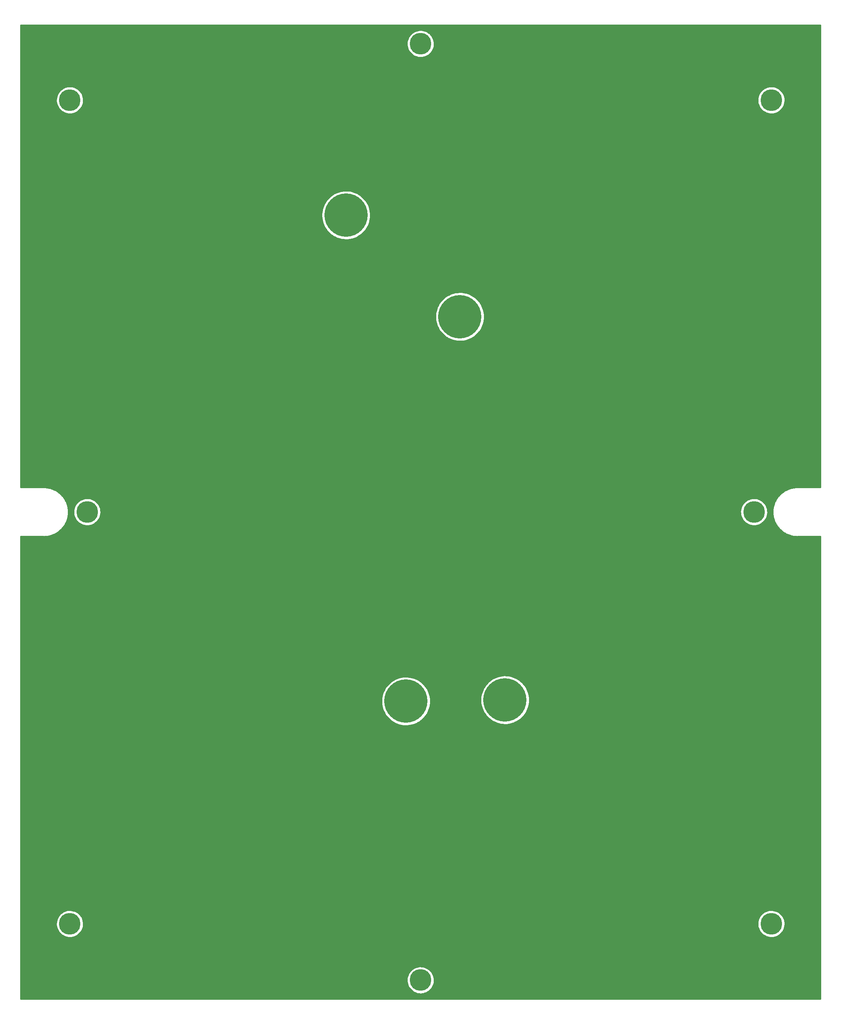
<source format=gbr>
%TF.GenerationSoftware,KiCad,Pcbnew,5.99.0-unknown-b1adb93c1~106~ubuntu20.04.1*%
%TF.CreationDate,2020-12-18T19:28:57-06:00*%
%TF.ProjectId,FlatAntPanel4x4,466c6174-416e-4745-9061-6e656c347834,rev?*%
%TF.SameCoordinates,Original*%
%TF.FileFunction,Copper,L1,Top*%
%TF.FilePolarity,Positive*%
%FSLAX46Y46*%
G04 Gerber Fmt 4.6, Leading zero omitted, Abs format (unit mm)*
G04 Created by KiCad (PCBNEW 5.99.0-unknown-b1adb93c1~106~ubuntu20.04.1) date 2020-12-18 19:28:57*
%MOMM*%
%LPD*%
G01*
G04 APERTURE LIST*
%TA.AperFunction,SMDPad,CuDef*%
%ADD10C,10.000000*%
%TD*%
%TA.AperFunction,ConnectorPad*%
%ADD11C,5.000000*%
%TD*%
%TA.AperFunction,ComponentPad*%
%ADD12C,2.900000*%
%TD*%
%TA.AperFunction,ViaPad*%
%ADD13C,0.800100*%
%TD*%
%TA.AperFunction,NonConductor*%
%ADD14C,0.254000*%
%TD*%
G04 APERTURE END LIST*
D10*
%TO.P,Feed1,2,Shield*%
%TO.N,GND*%
X75785000Y-44530000D03*
%TD*%
%TO.P,Feed1,2,Shield*%
%TO.N,GND*%
X102080000Y-67950000D03*
%TD*%
%TO.P,Feed1,2,Shield*%
%TO.N,GND*%
X89625000Y-156650000D03*
%TD*%
%TO.P,Feed1,2,Shield*%
%TO.N,GND*%
X112510000Y-156365000D03*
%TD*%
D11*
%TO.P,H9,1,1*%
%TO.N,N/C*%
X93000000Y-221000000D03*
D12*
X93000000Y-221000000D03*
%TD*%
D11*
%TO.P,H10,1,1*%
%TO.N,N/C*%
X93000000Y-5000000D03*
D12*
X93000000Y-5000000D03*
%TD*%
D11*
%TO.P,H12,1,1*%
%TO.N,N/C*%
X170000000Y-113000000D03*
D12*
X170000000Y-113000000D03*
%TD*%
D11*
%TO.P,H4,1,1*%
%TO.N,N/C*%
X174000000Y-208000000D03*
D12*
X174000000Y-208000000D03*
%TD*%
D11*
%TO.P,H2,1,1*%
%TO.N,N/C*%
X174000000Y-18000000D03*
D12*
X174000000Y-18000000D03*
%TD*%
D11*
%TO.P,H3,1,1*%
%TO.N,N/C*%
X12000000Y-208000000D03*
D12*
X12000000Y-208000000D03*
%TD*%
D11*
%TO.P,H1,1,1*%
%TO.N,N/C*%
X12000000Y-18000000D03*
D12*
X12000000Y-18000000D03*
%TD*%
D11*
%TO.P,H11,1,1*%
%TO.N,N/C*%
X16000000Y-113000000D03*
D12*
X16000000Y-113000000D03*
%TD*%
D13*
%TO.N,GND*%
X87414000Y-160600000D03*
X93914000Y-157100000D03*
X88014000Y-158700000D03*
X91914000Y-157100000D03*
X91514000Y-158700000D03*
X93414000Y-159100000D03*
X87414000Y-157100000D03*
X85914000Y-159100000D03*
X91914000Y-160600000D03*
X110700000Y-154300000D03*
X110300000Y-155900000D03*
X110300000Y-152400000D03*
X108800000Y-153900000D03*
X114200000Y-154300000D03*
X114800000Y-152400000D03*
X116800000Y-155900000D03*
X116300000Y-153900000D03*
X114800000Y-155900000D03*
X108300000Y-155900000D03*
X98300000Y-65500000D03*
X99800000Y-64000000D03*
X104300000Y-67500000D03*
X103700000Y-65900000D03*
X106300000Y-67500000D03*
X99800000Y-67500000D03*
X97800000Y-67500000D03*
X105800000Y-65500000D03*
X100200000Y-65900000D03*
X104300000Y-64000000D03*
X73500000Y-45000000D03*
X77600000Y-46600000D03*
X72000000Y-47000000D03*
X79500000Y-47000000D03*
X71500000Y-45000000D03*
X78000000Y-48500000D03*
X74100000Y-46600000D03*
X73500000Y-48500000D03*
X78000000Y-45000000D03*
X80000000Y-45000000D03*
%TD*%
D14*
X185366000Y-107366000D02*
X180078872Y-107366000D01*
X180050364Y-107361891D01*
X180030965Y-107360610D01*
X179789590Y-107363338D01*
X179775759Y-107362442D01*
X179756321Y-107362686D01*
X179743255Y-107363862D01*
X179733431Y-107363973D01*
X179715583Y-107365448D01*
X179701618Y-107367609D01*
X179288233Y-107404815D01*
X179271321Y-107405239D01*
X179251976Y-107407224D01*
X179242634Y-107408919D01*
X179236449Y-107409476D01*
X179218773Y-107412344D01*
X179202241Y-107416249D01*
X178789557Y-107491140D01*
X178772740Y-107493080D01*
X178753655Y-107496791D01*
X178744505Y-107499316D01*
X178738390Y-107500426D01*
X178721043Y-107504867D01*
X178704931Y-107510238D01*
X178300626Y-107621820D01*
X178284043Y-107625261D01*
X178265370Y-107630667D01*
X178256481Y-107634003D01*
X178250488Y-107635657D01*
X178233611Y-107641635D01*
X178218056Y-107648424D01*
X177825358Y-107795805D01*
X177809165Y-107800714D01*
X177791052Y-107807771D01*
X177782493Y-107811892D01*
X177776673Y-107814077D01*
X177760401Y-107821544D01*
X177745523Y-107829697D01*
X177367630Y-108011682D01*
X177351925Y-108018029D01*
X177334517Y-108026683D01*
X177326363Y-108031555D01*
X177320760Y-108034253D01*
X177305224Y-108043147D01*
X177291121Y-108052611D01*
X176931073Y-108267731D01*
X176916006Y-108275457D01*
X176899440Y-108285638D01*
X176891763Y-108291216D01*
X176886425Y-108294405D01*
X176871745Y-108304659D01*
X176858556Y-108315342D01*
X176519224Y-108561881D01*
X176504914Y-108570925D01*
X176489326Y-108582551D01*
X176482175Y-108588799D01*
X176477155Y-108592446D01*
X176463447Y-108603979D01*
X176451266Y-108615804D01*
X176135420Y-108891752D01*
X176121964Y-108902053D01*
X176107486Y-108915026D01*
X176100919Y-108921894D01*
X176096244Y-108925979D01*
X176083630Y-108938689D01*
X176072560Y-108951556D01*
X175782709Y-109254716D01*
X175770241Y-109266173D01*
X175756983Y-109280393D01*
X175751066Y-109287812D01*
X175746767Y-109292309D01*
X175735343Y-109306099D01*
X175725469Y-109319909D01*
X175463962Y-109647828D01*
X175452570Y-109660357D01*
X175440639Y-109675708D01*
X175435406Y-109683636D01*
X175431534Y-109688491D01*
X175421394Y-109703248D01*
X175412800Y-109717883D01*
X175181737Y-110067931D01*
X175171514Y-110081430D01*
X175161006Y-110097791D01*
X175156509Y-110106148D01*
X175153085Y-110111335D01*
X175144307Y-110126943D01*
X175137053Y-110142304D01*
X174938307Y-110511637D01*
X174929333Y-110526002D01*
X174920336Y-110543236D01*
X174916606Y-110551963D01*
X174913658Y-110557441D01*
X174906316Y-110573769D01*
X174900463Y-110589732D01*
X174735627Y-110975384D01*
X174727978Y-110990494D01*
X174720562Y-111008466D01*
X174717631Y-111017486D01*
X174715186Y-111023207D01*
X174709335Y-111040133D01*
X174704938Y-111056549D01*
X174575336Y-111455427D01*
X174569073Y-111471160D01*
X174563296Y-111489726D01*
X174561181Y-111498991D01*
X174559263Y-111504895D01*
X174554953Y-111522279D01*
X174552051Y-111538996D01*
X174458717Y-111947915D01*
X174453891Y-111964141D01*
X174449803Y-111983147D01*
X174448529Y-111992550D01*
X174447144Y-111998619D01*
X174444411Y-112016314D01*
X174443018Y-112033232D01*
X174386718Y-112448865D01*
X174383365Y-112465459D01*
X174380997Y-112484756D01*
X174380571Y-112494241D01*
X174379736Y-112500405D01*
X174378600Y-112518272D01*
X174378729Y-112535252D01*
X174359911Y-112954249D01*
X174358059Y-112971088D01*
X174357431Y-112990519D01*
X174357857Y-112999998D01*
X174357578Y-113006205D01*
X174358048Y-113024107D01*
X174359698Y-113041004D01*
X174378516Y-113460023D01*
X174378181Y-113476940D01*
X174379296Y-113496350D01*
X174380570Y-113505756D01*
X174380849Y-113511966D01*
X174382922Y-113529757D01*
X174386083Y-113546448D01*
X174442380Y-113962060D01*
X174443564Y-113978957D01*
X174446414Y-113998185D01*
X174448530Y-114007455D01*
X174449363Y-114013606D01*
X174453022Y-114031133D01*
X174457658Y-114047444D01*
X174550995Y-114456381D01*
X174553686Y-114473089D01*
X174558250Y-114491990D01*
X174561183Y-114501017D01*
X174562566Y-114507076D01*
X174567782Y-114524211D01*
X174573877Y-114540081D01*
X174703477Y-114938954D01*
X174707659Y-114955368D01*
X174713896Y-114973775D01*
X174717628Y-114982506D01*
X174719550Y-114988422D01*
X174726280Y-115005015D01*
X174733769Y-115020269D01*
X174898597Y-115405900D01*
X174904239Y-115421891D01*
X174912105Y-115439674D01*
X174916606Y-115448039D01*
X174919047Y-115453749D01*
X174927238Y-115469674D01*
X174936055Y-115484179D01*
X175134807Y-115853524D01*
X175141853Y-115868927D01*
X175151279Y-115885929D01*
X175156509Y-115893852D01*
X175159453Y-115899323D01*
X175169039Y-115914451D01*
X175179127Y-115928116D01*
X175410189Y-116278164D01*
X175418580Y-116292860D01*
X175429492Y-116308948D01*
X175435403Y-116316360D01*
X175438832Y-116321555D01*
X175449736Y-116335763D01*
X175461014Y-116348475D01*
X175722509Y-116676377D01*
X175732188Y-116690271D01*
X175744505Y-116705325D01*
X175751059Y-116712179D01*
X175754934Y-116717039D01*
X175767071Y-116730216D01*
X175779428Y-116741852D01*
X176069277Y-117045010D01*
X176080165Y-117057983D01*
X176093777Y-117071867D01*
X176100926Y-117078113D01*
X176105219Y-117082603D01*
X176118485Y-117094637D01*
X176131847Y-117105128D01*
X176447709Y-117381089D01*
X176459701Y-117393018D01*
X176474499Y-117405624D01*
X176482174Y-117411201D01*
X176486862Y-117415296D01*
X176501150Y-117426089D01*
X176515407Y-117435345D01*
X176854712Y-117681865D01*
X176867739Y-117692683D01*
X176883609Y-117703912D01*
X176891764Y-117708785D01*
X176896790Y-117712436D01*
X176911987Y-117721905D01*
X176927008Y-117729842D01*
X177287059Y-117944962D01*
X177300999Y-117954566D01*
X177317812Y-117964327D01*
X177326350Y-117968439D01*
X177331698Y-117971634D01*
X177347685Y-117979703D01*
X177363356Y-117986261D01*
X177741255Y-118168248D01*
X177755986Y-118176556D01*
X177773607Y-118184772D01*
X177782491Y-118188106D01*
X177788097Y-118190806D01*
X177804737Y-118197408D01*
X177820940Y-118202537D01*
X178213635Y-118349918D01*
X178229044Y-118356868D01*
X178247330Y-118363471D01*
X178256465Y-118365992D01*
X178262300Y-118368182D01*
X178279470Y-118373267D01*
X178296080Y-118376925D01*
X178700376Y-118488505D01*
X178716363Y-118494052D01*
X178735162Y-118498988D01*
X178744503Y-118500683D01*
X178750499Y-118502338D01*
X178768055Y-118505863D01*
X178784916Y-118508016D01*
X179197578Y-118582903D01*
X179214010Y-118586998D01*
X179233179Y-118590230D01*
X179242643Y-118591082D01*
X179248755Y-118592191D01*
X179266554Y-118594127D01*
X179283502Y-118594759D01*
X179697134Y-118631987D01*
X179710787Y-118634271D01*
X179730153Y-118635990D01*
X179743258Y-118636138D01*
X179753056Y-118637020D01*
X179770958Y-118637354D01*
X179785098Y-118636611D01*
X180027687Y-118639353D01*
X180045562Y-118638282D01*
X180078077Y-118634000D01*
X185366000Y-118634000D01*
X185366000Y-225366000D01*
X634000Y-225366000D01*
X634000Y-220908642D01*
X89862030Y-220908642D01*
X89871112Y-221255461D01*
X89872326Y-221269917D01*
X89921210Y-221613394D01*
X89924077Y-221627613D01*
X90012115Y-221963196D01*
X90016598Y-221976993D01*
X90142624Y-222300232D01*
X90148663Y-222313421D01*
X90311006Y-222620033D01*
X90318520Y-222632441D01*
X90515028Y-222918362D01*
X90523919Y-222929824D01*
X90751988Y-223191264D01*
X90762137Y-223201628D01*
X91018743Y-223435122D01*
X91030017Y-223444252D01*
X91311760Y-223646705D01*
X91324008Y-223654477D01*
X91627153Y-223823206D01*
X91640213Y-223829520D01*
X91960742Y-223962287D01*
X91974441Y-223967057D01*
X92308106Y-224062104D01*
X92322263Y-224065269D01*
X92664641Y-224121336D01*
X92679068Y-224122852D01*
X93025622Y-224139195D01*
X93040127Y-224139043D01*
X93386262Y-224115446D01*
X93400654Y-224113628D01*
X93741783Y-224050403D01*
X93755870Y-224046943D01*
X94087471Y-223944929D01*
X94101067Y-223939872D01*
X94418745Y-223800421D01*
X94431670Y-223793836D01*
X94731215Y-223618796D01*
X94743298Y-223610768D01*
X95020740Y-223402459D01*
X95031820Y-223393096D01*
X95283480Y-223154280D01*
X95293410Y-223143706D01*
X95515953Y-222877547D01*
X95524602Y-222865901D01*
X95715080Y-222575927D01*
X95722333Y-222563364D01*
X95878219Y-222253419D01*
X95883980Y-222240106D01*
X96003208Y-221914298D01*
X96007401Y-221900411D01*
X96088392Y-221563059D01*
X96090960Y-221548783D01*
X96132641Y-221204357D01*
X96133492Y-221193176D01*
X96139438Y-221003957D01*
X96139291Y-220992747D01*
X96119320Y-220646384D01*
X96117653Y-220631974D01*
X96058004Y-220290202D01*
X96054691Y-220276079D01*
X95956155Y-219943427D01*
X95951241Y-219929778D01*
X95815124Y-219610657D01*
X95808675Y-219597664D01*
X95636782Y-219296302D01*
X95628881Y-219284136D01*
X95423489Y-219004529D01*
X95414242Y-218993352D01*
X95178073Y-218739205D01*
X95167604Y-218729165D01*
X94903790Y-218503846D01*
X94892235Y-218495075D01*
X94604272Y-218301572D01*
X94591786Y-218294188D01*
X94283491Y-218135065D01*
X94270239Y-218129165D01*
X93945697Y-218006531D01*
X93931855Y-218002193D01*
X93595370Y-217917673D01*
X93581120Y-217914955D01*
X93237149Y-217869671D01*
X93222682Y-217868609D01*
X92875787Y-217863159D01*
X92861294Y-217863766D01*
X92516071Y-217898224D01*
X92501743Y-217900493D01*
X92162768Y-217974402D01*
X92148796Y-217978303D01*
X91820563Y-218090682D01*
X91807133Y-218096163D01*
X91493991Y-218245524D01*
X91481279Y-218252513D01*
X91187380Y-218436875D01*
X91175555Y-218445278D01*
X90904794Y-218662199D01*
X90894014Y-218671905D01*
X90649979Y-218918509D01*
X90640386Y-218929391D01*
X90426313Y-219202409D01*
X90418034Y-219214320D01*
X90236759Y-219510133D01*
X90229904Y-219522918D01*
X90083831Y-219837607D01*
X90078491Y-219851094D01*
X89969555Y-220180486D01*
X89965801Y-220194498D01*
X89895446Y-220534228D01*
X89893327Y-220548578D01*
X89862486Y-220894143D01*
X89862030Y-220908642D01*
X634000Y-220908642D01*
X634000Y-207908642D01*
X8862030Y-207908642D01*
X8871112Y-208255461D01*
X8872326Y-208269917D01*
X8921210Y-208613394D01*
X8924077Y-208627613D01*
X9012115Y-208963196D01*
X9016598Y-208976993D01*
X9142624Y-209300232D01*
X9148663Y-209313421D01*
X9311006Y-209620033D01*
X9318520Y-209632441D01*
X9515028Y-209918362D01*
X9523919Y-209929824D01*
X9751988Y-210191264D01*
X9762137Y-210201628D01*
X10018743Y-210435122D01*
X10030017Y-210444252D01*
X10311760Y-210646705D01*
X10324008Y-210654477D01*
X10627153Y-210823206D01*
X10640213Y-210829520D01*
X10960742Y-210962287D01*
X10974441Y-210967057D01*
X11308106Y-211062104D01*
X11322263Y-211065269D01*
X11664641Y-211121336D01*
X11679068Y-211122852D01*
X12025622Y-211139195D01*
X12040127Y-211139043D01*
X12386262Y-211115446D01*
X12400654Y-211113628D01*
X12741783Y-211050403D01*
X12755870Y-211046943D01*
X13087471Y-210944929D01*
X13101067Y-210939872D01*
X13418745Y-210800421D01*
X13431670Y-210793836D01*
X13731215Y-210618796D01*
X13743298Y-210610768D01*
X14020740Y-210402459D01*
X14031820Y-210393096D01*
X14283480Y-210154280D01*
X14293410Y-210143706D01*
X14515953Y-209877547D01*
X14524602Y-209865901D01*
X14715080Y-209575927D01*
X14722333Y-209563364D01*
X14878219Y-209253419D01*
X14883980Y-209240106D01*
X15003208Y-208914298D01*
X15007401Y-208900411D01*
X15088392Y-208563059D01*
X15090960Y-208548783D01*
X15132641Y-208204357D01*
X15133492Y-208193176D01*
X15139438Y-208003957D01*
X15139291Y-207992747D01*
X15134442Y-207908642D01*
X170862030Y-207908642D01*
X170871112Y-208255461D01*
X170872326Y-208269917D01*
X170921210Y-208613394D01*
X170924077Y-208627613D01*
X171012115Y-208963196D01*
X171016598Y-208976993D01*
X171142624Y-209300232D01*
X171148663Y-209313421D01*
X171311006Y-209620033D01*
X171318520Y-209632441D01*
X171515028Y-209918362D01*
X171523919Y-209929824D01*
X171751988Y-210191264D01*
X171762137Y-210201628D01*
X172018743Y-210435122D01*
X172030017Y-210444252D01*
X172311760Y-210646705D01*
X172324008Y-210654477D01*
X172627153Y-210823206D01*
X172640213Y-210829520D01*
X172960742Y-210962287D01*
X172974441Y-210967057D01*
X173308106Y-211062104D01*
X173322263Y-211065269D01*
X173664641Y-211121336D01*
X173679068Y-211122852D01*
X174025622Y-211139195D01*
X174040127Y-211139043D01*
X174386262Y-211115446D01*
X174400654Y-211113628D01*
X174741783Y-211050403D01*
X174755870Y-211046943D01*
X175087471Y-210944929D01*
X175101067Y-210939872D01*
X175418745Y-210800421D01*
X175431670Y-210793836D01*
X175731215Y-210618796D01*
X175743298Y-210610768D01*
X176020740Y-210402459D01*
X176031820Y-210393096D01*
X176283480Y-210154280D01*
X176293410Y-210143706D01*
X176515953Y-209877547D01*
X176524602Y-209865901D01*
X176715080Y-209575927D01*
X176722333Y-209563364D01*
X176878219Y-209253419D01*
X176883980Y-209240106D01*
X177003208Y-208914298D01*
X177007401Y-208900411D01*
X177088392Y-208563059D01*
X177090960Y-208548783D01*
X177132641Y-208204357D01*
X177133492Y-208193176D01*
X177139438Y-208003957D01*
X177139291Y-207992747D01*
X177119320Y-207646384D01*
X177117653Y-207631974D01*
X177058004Y-207290202D01*
X177054691Y-207276079D01*
X176956155Y-206943427D01*
X176951241Y-206929778D01*
X176815124Y-206610657D01*
X176808675Y-206597664D01*
X176636782Y-206296302D01*
X176628881Y-206284136D01*
X176423489Y-206004529D01*
X176414242Y-205993352D01*
X176178073Y-205739205D01*
X176167604Y-205729165D01*
X175903790Y-205503846D01*
X175892235Y-205495075D01*
X175604272Y-205301572D01*
X175591786Y-205294188D01*
X175283491Y-205135065D01*
X175270239Y-205129165D01*
X174945697Y-205006531D01*
X174931855Y-205002193D01*
X174595370Y-204917673D01*
X174581120Y-204914955D01*
X174237149Y-204869671D01*
X174222682Y-204868609D01*
X173875787Y-204863159D01*
X173861294Y-204863766D01*
X173516071Y-204898224D01*
X173501743Y-204900493D01*
X173162768Y-204974402D01*
X173148796Y-204978303D01*
X172820563Y-205090682D01*
X172807133Y-205096163D01*
X172493991Y-205245524D01*
X172481279Y-205252513D01*
X172187380Y-205436875D01*
X172175555Y-205445278D01*
X171904794Y-205662199D01*
X171894014Y-205671905D01*
X171649979Y-205918509D01*
X171640386Y-205929391D01*
X171426313Y-206202409D01*
X171418034Y-206214320D01*
X171236759Y-206510133D01*
X171229904Y-206522918D01*
X171083831Y-206837607D01*
X171078491Y-206851094D01*
X170969555Y-207180486D01*
X170965801Y-207194498D01*
X170895446Y-207534228D01*
X170893327Y-207548578D01*
X170862486Y-207894143D01*
X170862030Y-207908642D01*
X15134442Y-207908642D01*
X15119320Y-207646384D01*
X15117653Y-207631974D01*
X15058004Y-207290202D01*
X15054691Y-207276079D01*
X14956155Y-206943427D01*
X14951241Y-206929778D01*
X14815124Y-206610657D01*
X14808675Y-206597664D01*
X14636782Y-206296302D01*
X14628881Y-206284136D01*
X14423489Y-206004529D01*
X14414242Y-205993352D01*
X14178073Y-205739205D01*
X14167604Y-205729165D01*
X13903790Y-205503846D01*
X13892235Y-205495075D01*
X13604272Y-205301572D01*
X13591786Y-205294188D01*
X13283491Y-205135065D01*
X13270239Y-205129165D01*
X12945697Y-205006531D01*
X12931855Y-205002193D01*
X12595370Y-204917673D01*
X12581120Y-204914955D01*
X12237149Y-204869671D01*
X12222682Y-204868609D01*
X11875787Y-204863159D01*
X11861294Y-204863766D01*
X11516071Y-204898224D01*
X11501743Y-204900493D01*
X11162768Y-204974402D01*
X11148796Y-204978303D01*
X10820563Y-205090682D01*
X10807133Y-205096163D01*
X10493991Y-205245524D01*
X10481279Y-205252513D01*
X10187380Y-205436875D01*
X10175555Y-205445278D01*
X9904794Y-205662199D01*
X9894014Y-205671905D01*
X9649979Y-205918509D01*
X9640386Y-205929391D01*
X9426313Y-206202409D01*
X9418034Y-206214320D01*
X9236759Y-206510133D01*
X9229904Y-206522918D01*
X9083831Y-206837607D01*
X9078491Y-206851094D01*
X8969555Y-207180486D01*
X8965801Y-207194498D01*
X8895446Y-207534228D01*
X8893327Y-207548578D01*
X8862486Y-207894143D01*
X8862030Y-207908642D01*
X634000Y-207908642D01*
X634000Y-156419119D01*
X83990336Y-156419119D01*
X83990336Y-156880881D01*
X83990778Y-156891425D01*
X84029418Y-157351569D01*
X84030740Y-157362038D01*
X84107747Y-157817334D01*
X84109942Y-157827656D01*
X84224778Y-158274912D01*
X84227828Y-158285014D01*
X84379686Y-158721092D01*
X84383570Y-158730904D01*
X84571386Y-159152745D01*
X84576078Y-159162197D01*
X84798534Y-159566843D01*
X84804001Y-159575869D01*
X85059537Y-159960481D01*
X85065740Y-159969019D01*
X85352563Y-160330900D01*
X85359458Y-160338888D01*
X85675556Y-160675498D01*
X85683096Y-160682881D01*
X86026253Y-160991861D01*
X86034384Y-160998588D01*
X86402192Y-161277769D01*
X86410857Y-161283791D01*
X86800736Y-161531216D01*
X86809875Y-161536493D01*
X87219091Y-161750426D01*
X87228639Y-161754919D01*
X87654321Y-161933859D01*
X87664212Y-161937537D01*
X88103375Y-162080230D01*
X88113539Y-162083068D01*
X88563101Y-162188512D01*
X88573467Y-162190489D01*
X89030276Y-162257944D01*
X89040770Y-162259047D01*
X89501622Y-162288042D01*
X89512173Y-162288263D01*
X89973835Y-162278592D01*
X89984366Y-162277930D01*
X90443599Y-162229663D01*
X90454039Y-162228121D01*
X90907623Y-162141595D01*
X90917897Y-162139185D01*
X91362649Y-162015008D01*
X91372685Y-162011747D01*
X91805487Y-161850789D01*
X91815215Y-161846700D01*
X92233031Y-161650091D01*
X92242383Y-161645202D01*
X92642281Y-161414321D01*
X92651191Y-161408667D01*
X93030367Y-161145133D01*
X93038772Y-161138753D01*
X93394567Y-160844414D01*
X93402410Y-160837353D01*
X93732327Y-160514274D01*
X93739550Y-160506581D01*
X94041275Y-160157029D01*
X94047830Y-160148759D01*
X94319247Y-159775185D01*
X94325087Y-159766396D01*
X94564293Y-159371421D01*
X94569377Y-159362173D01*
X94774693Y-158948566D01*
X94778985Y-158938926D01*
X94948971Y-158509590D01*
X94952441Y-158499624D01*
X95085905Y-158057570D01*
X95088530Y-158047349D01*
X95184536Y-157595676D01*
X95186295Y-157585271D01*
X95244169Y-157127150D01*
X95245052Y-157116634D01*
X95264389Y-156655276D01*
X95264389Y-156644724D01*
X95245052Y-156183366D01*
X95244169Y-156172850D01*
X95239277Y-156134119D01*
X106875336Y-156134119D01*
X106875336Y-156595881D01*
X106875778Y-156606425D01*
X106914418Y-157066569D01*
X106915740Y-157077038D01*
X106992747Y-157532334D01*
X106994942Y-157542656D01*
X107109778Y-157989912D01*
X107112828Y-158000014D01*
X107264686Y-158436092D01*
X107268570Y-158445904D01*
X107456386Y-158867745D01*
X107461078Y-158877197D01*
X107683534Y-159281843D01*
X107689001Y-159290869D01*
X107944537Y-159675481D01*
X107950740Y-159684019D01*
X108237563Y-160045900D01*
X108244458Y-160053888D01*
X108560556Y-160390498D01*
X108568096Y-160397881D01*
X108911253Y-160706861D01*
X108919384Y-160713588D01*
X109287192Y-160992769D01*
X109295857Y-160998791D01*
X109685736Y-161246216D01*
X109694875Y-161251493D01*
X110104091Y-161465426D01*
X110113639Y-161469919D01*
X110539321Y-161648859D01*
X110549212Y-161652537D01*
X110988375Y-161795230D01*
X110998539Y-161798068D01*
X111448101Y-161903512D01*
X111458467Y-161905489D01*
X111915276Y-161972944D01*
X111925770Y-161974047D01*
X112386622Y-162003042D01*
X112397173Y-162003263D01*
X112858835Y-161993592D01*
X112869366Y-161992930D01*
X113328599Y-161944663D01*
X113339039Y-161943121D01*
X113792623Y-161856595D01*
X113802897Y-161854185D01*
X114247649Y-161730008D01*
X114257685Y-161726747D01*
X114690487Y-161565789D01*
X114700215Y-161561700D01*
X115118031Y-161365091D01*
X115127383Y-161360202D01*
X115527281Y-161129321D01*
X115536191Y-161123667D01*
X115915367Y-160860133D01*
X115923772Y-160853753D01*
X116279567Y-160559414D01*
X116287410Y-160552353D01*
X116617327Y-160229274D01*
X116624550Y-160221581D01*
X116926275Y-159872029D01*
X116932830Y-159863759D01*
X117204247Y-159490185D01*
X117210087Y-159481396D01*
X117449293Y-159086421D01*
X117454377Y-159077173D01*
X117659693Y-158663566D01*
X117663985Y-158653926D01*
X117833971Y-158224590D01*
X117837441Y-158214624D01*
X117970905Y-157772570D01*
X117973530Y-157762349D01*
X118069536Y-157310676D01*
X118071295Y-157300271D01*
X118129169Y-156842150D01*
X118130052Y-156831634D01*
X118149389Y-156370276D01*
X118149389Y-156359724D01*
X118130052Y-155898366D01*
X118129169Y-155887850D01*
X118071295Y-155429729D01*
X118069536Y-155419324D01*
X117973530Y-154967651D01*
X117970905Y-154957430D01*
X117837441Y-154515376D01*
X117833971Y-154505410D01*
X117663985Y-154076074D01*
X117659693Y-154066434D01*
X117454377Y-153652827D01*
X117449293Y-153643579D01*
X117210087Y-153248604D01*
X117204247Y-153239815D01*
X116932830Y-152866241D01*
X116926275Y-152857971D01*
X116624550Y-152508419D01*
X116617327Y-152500726D01*
X116287410Y-152177647D01*
X116279567Y-152170586D01*
X115923772Y-151876247D01*
X115915367Y-151869867D01*
X115536191Y-151606333D01*
X115527281Y-151600679D01*
X115127383Y-151369798D01*
X115118031Y-151364909D01*
X114700215Y-151168300D01*
X114690487Y-151164211D01*
X114257685Y-151003253D01*
X114247649Y-150999992D01*
X113802897Y-150875815D01*
X113792623Y-150873405D01*
X113339039Y-150786879D01*
X113328599Y-150785337D01*
X112869366Y-150737070D01*
X112858835Y-150736408D01*
X112397173Y-150726737D01*
X112386622Y-150726958D01*
X111925770Y-150755953D01*
X111915276Y-150757056D01*
X111458467Y-150824511D01*
X111448101Y-150826488D01*
X110998539Y-150931932D01*
X110988375Y-150934770D01*
X110549212Y-151077463D01*
X110539321Y-151081141D01*
X110113639Y-151260081D01*
X110104091Y-151264574D01*
X109694875Y-151478507D01*
X109685736Y-151483784D01*
X109295857Y-151731209D01*
X109287192Y-151737231D01*
X108919384Y-152016412D01*
X108911253Y-152023139D01*
X108568096Y-152332119D01*
X108560556Y-152339502D01*
X108244458Y-152676112D01*
X108237563Y-152684100D01*
X107950740Y-153045981D01*
X107944537Y-153054519D01*
X107689001Y-153439131D01*
X107683534Y-153448157D01*
X107461078Y-153852803D01*
X107456386Y-153862255D01*
X107268570Y-154284096D01*
X107264686Y-154293908D01*
X107112828Y-154729986D01*
X107109778Y-154740088D01*
X106994942Y-155187344D01*
X106992747Y-155197666D01*
X106915740Y-155652962D01*
X106914418Y-155663431D01*
X106875778Y-156123575D01*
X106875336Y-156134119D01*
X95239277Y-156134119D01*
X95186295Y-155714729D01*
X95184536Y-155704324D01*
X95088530Y-155252651D01*
X95085905Y-155242430D01*
X94952441Y-154800376D01*
X94948971Y-154790410D01*
X94778985Y-154361074D01*
X94774693Y-154351434D01*
X94569377Y-153937827D01*
X94564293Y-153928579D01*
X94325087Y-153533604D01*
X94319247Y-153524815D01*
X94047830Y-153151241D01*
X94041275Y-153142971D01*
X93739550Y-152793419D01*
X93732327Y-152785726D01*
X93402410Y-152462647D01*
X93394567Y-152455586D01*
X93038772Y-152161247D01*
X93030367Y-152154867D01*
X92651191Y-151891333D01*
X92642281Y-151885679D01*
X92242383Y-151654798D01*
X92233031Y-151649909D01*
X91815215Y-151453300D01*
X91805487Y-151449211D01*
X91372685Y-151288253D01*
X91362649Y-151284992D01*
X90917897Y-151160815D01*
X90907623Y-151158405D01*
X90454039Y-151071879D01*
X90443599Y-151070337D01*
X89984366Y-151022070D01*
X89973835Y-151021408D01*
X89512173Y-151011737D01*
X89501622Y-151011958D01*
X89040770Y-151040953D01*
X89030276Y-151042056D01*
X88573467Y-151109511D01*
X88563101Y-151111488D01*
X88113539Y-151216932D01*
X88103375Y-151219770D01*
X87664212Y-151362463D01*
X87654321Y-151366141D01*
X87228639Y-151545081D01*
X87219091Y-151549574D01*
X86809875Y-151763507D01*
X86800736Y-151768784D01*
X86410857Y-152016209D01*
X86402192Y-152022231D01*
X86034384Y-152301412D01*
X86026253Y-152308139D01*
X85683096Y-152617119D01*
X85675556Y-152624502D01*
X85359458Y-152961112D01*
X85352563Y-152969100D01*
X85065740Y-153330981D01*
X85059537Y-153339519D01*
X84804001Y-153724131D01*
X84798534Y-153733157D01*
X84576078Y-154137803D01*
X84571386Y-154147255D01*
X84383570Y-154569096D01*
X84379686Y-154578908D01*
X84227828Y-155014986D01*
X84224778Y-155025088D01*
X84109942Y-155472344D01*
X84107747Y-155482666D01*
X84030740Y-155937962D01*
X84029418Y-155948431D01*
X83990778Y-156408575D01*
X83990336Y-156419119D01*
X634000Y-156419119D01*
X634000Y-118634000D01*
X5921127Y-118634000D01*
X5949635Y-118638109D01*
X5969034Y-118639390D01*
X6210409Y-118636662D01*
X6224240Y-118637558D01*
X6243678Y-118637314D01*
X6256744Y-118636138D01*
X6266568Y-118636027D01*
X6284416Y-118634552D01*
X6298381Y-118632391D01*
X6711767Y-118595185D01*
X6728679Y-118594761D01*
X6748026Y-118592776D01*
X6757370Y-118591080D01*
X6763550Y-118590524D01*
X6781232Y-118587655D01*
X6797765Y-118583749D01*
X7210432Y-118508860D01*
X7227258Y-118506920D01*
X7246340Y-118503210D01*
X7255504Y-118500681D01*
X7261615Y-118499572D01*
X7278959Y-118495131D01*
X7295054Y-118489766D01*
X7699380Y-118378178D01*
X7715955Y-118374739D01*
X7734630Y-118369333D01*
X7743521Y-118365996D01*
X7749511Y-118364343D01*
X7766389Y-118358365D01*
X7781948Y-118351574D01*
X8174630Y-118204199D01*
X8190834Y-118199287D01*
X8208955Y-118192225D01*
X8217507Y-118188106D01*
X8223317Y-118185926D01*
X8239596Y-118178458D01*
X8254483Y-118170301D01*
X8632378Y-117988315D01*
X8648076Y-117981970D01*
X8665488Y-117973314D01*
X8673634Y-117968446D01*
X8679232Y-117965751D01*
X8694778Y-117956852D01*
X8708881Y-117947388D01*
X9068931Y-117732268D01*
X9083998Y-117724541D01*
X9100559Y-117714362D01*
X9108236Y-117708784D01*
X9113574Y-117705595D01*
X9128254Y-117695341D01*
X9141443Y-117684658D01*
X9480764Y-117438127D01*
X9495087Y-117429075D01*
X9510673Y-117417449D01*
X9517824Y-117411201D01*
X9522844Y-117407554D01*
X9536549Y-117396025D01*
X9548743Y-117384188D01*
X9864588Y-117108242D01*
X9878036Y-117097947D01*
X9892515Y-117084973D01*
X9899074Y-117078112D01*
X9903755Y-117074023D01*
X9916372Y-117061309D01*
X9927444Y-117048439D01*
X10217292Y-116745283D01*
X10229759Y-116733827D01*
X10243017Y-116719607D01*
X10248933Y-116712188D01*
X10253234Y-116707690D01*
X10264658Y-116693900D01*
X10274532Y-116680090D01*
X10536050Y-116352159D01*
X10547430Y-116339643D01*
X10559363Y-116324288D01*
X10564587Y-116316373D01*
X10568461Y-116311516D01*
X10578606Y-116296755D01*
X10587214Y-116282096D01*
X10818260Y-115932076D01*
X10828489Y-115918568D01*
X10838994Y-115902210D01*
X10843491Y-115893853D01*
X10846915Y-115888666D01*
X10855693Y-115873058D01*
X10862944Y-115857705D01*
X11061702Y-115488350D01*
X11070669Y-115473995D01*
X11079664Y-115456765D01*
X11083396Y-115448033D01*
X11086342Y-115442559D01*
X11093684Y-115426231D01*
X11099530Y-115410289D01*
X11264378Y-115024607D01*
X11272021Y-115009509D01*
X11279438Y-114991537D01*
X11282371Y-114982509D01*
X11284815Y-114976792D01*
X11290665Y-114959866D01*
X11295060Y-114943456D01*
X11424666Y-114544569D01*
X11430929Y-114528836D01*
X11436705Y-114510271D01*
X11438817Y-114501016D01*
X11440736Y-114495111D01*
X11445046Y-114477727D01*
X11447949Y-114461005D01*
X11541286Y-114052073D01*
X11546109Y-114035857D01*
X11550198Y-114016847D01*
X11551471Y-114007450D01*
X11552854Y-114001390D01*
X11555589Y-113983686D01*
X11556982Y-113966768D01*
X11613285Y-113551122D01*
X11616635Y-113534538D01*
X11619003Y-113515245D01*
X11619429Y-113505760D01*
X11620264Y-113499596D01*
X11621400Y-113481730D01*
X11621271Y-113464748D01*
X11640089Y-113045751D01*
X11641941Y-113028912D01*
X11642569Y-113009481D01*
X11642143Y-112999999D01*
X11642422Y-112993795D01*
X11641952Y-112975893D01*
X11640302Y-112958996D01*
X11638041Y-112908642D01*
X12862030Y-112908642D01*
X12871112Y-113255461D01*
X12872326Y-113269917D01*
X12921210Y-113613394D01*
X12924077Y-113627613D01*
X13012115Y-113963196D01*
X13016598Y-113976993D01*
X13142624Y-114300232D01*
X13148663Y-114313421D01*
X13311006Y-114620033D01*
X13318520Y-114632441D01*
X13515028Y-114918362D01*
X13523919Y-114929824D01*
X13751988Y-115191264D01*
X13762137Y-115201628D01*
X14018743Y-115435122D01*
X14030017Y-115444252D01*
X14311760Y-115646705D01*
X14324008Y-115654477D01*
X14627153Y-115823206D01*
X14640213Y-115829520D01*
X14960742Y-115962287D01*
X14974441Y-115967057D01*
X15308106Y-116062104D01*
X15322263Y-116065269D01*
X15664641Y-116121336D01*
X15679068Y-116122852D01*
X16025622Y-116139195D01*
X16040127Y-116139043D01*
X16386262Y-116115446D01*
X16400654Y-116113628D01*
X16741783Y-116050403D01*
X16755870Y-116046943D01*
X17087471Y-115944929D01*
X17101067Y-115939872D01*
X17418745Y-115800421D01*
X17431670Y-115793836D01*
X17731215Y-115618796D01*
X17743298Y-115610768D01*
X18020740Y-115402459D01*
X18031820Y-115393096D01*
X18283480Y-115154280D01*
X18293410Y-115143706D01*
X18515953Y-114877547D01*
X18524602Y-114865901D01*
X18715080Y-114575927D01*
X18722333Y-114563364D01*
X18878219Y-114253419D01*
X18883980Y-114240106D01*
X19003208Y-113914298D01*
X19007401Y-113900411D01*
X19088392Y-113563059D01*
X19090960Y-113548783D01*
X19132641Y-113204357D01*
X19133492Y-113193176D01*
X19139438Y-113003957D01*
X19139291Y-112992747D01*
X19134442Y-112908642D01*
X166862030Y-112908642D01*
X166871112Y-113255461D01*
X166872326Y-113269917D01*
X166921210Y-113613394D01*
X166924077Y-113627613D01*
X167012115Y-113963196D01*
X167016598Y-113976993D01*
X167142624Y-114300232D01*
X167148663Y-114313421D01*
X167311006Y-114620033D01*
X167318520Y-114632441D01*
X167515028Y-114918362D01*
X167523919Y-114929824D01*
X167751988Y-115191264D01*
X167762137Y-115201628D01*
X168018743Y-115435122D01*
X168030017Y-115444252D01*
X168311760Y-115646705D01*
X168324008Y-115654477D01*
X168627153Y-115823206D01*
X168640213Y-115829520D01*
X168960742Y-115962287D01*
X168974441Y-115967057D01*
X169308106Y-116062104D01*
X169322263Y-116065269D01*
X169664641Y-116121336D01*
X169679068Y-116122852D01*
X170025622Y-116139195D01*
X170040127Y-116139043D01*
X170386262Y-116115446D01*
X170400654Y-116113628D01*
X170741783Y-116050403D01*
X170755870Y-116046943D01*
X171087471Y-115944929D01*
X171101067Y-115939872D01*
X171418745Y-115800421D01*
X171431670Y-115793836D01*
X171731215Y-115618796D01*
X171743298Y-115610768D01*
X172020740Y-115402459D01*
X172031820Y-115393096D01*
X172283480Y-115154280D01*
X172293410Y-115143706D01*
X172515953Y-114877547D01*
X172524602Y-114865901D01*
X172715080Y-114575927D01*
X172722333Y-114563364D01*
X172878219Y-114253419D01*
X172883980Y-114240106D01*
X173003208Y-113914298D01*
X173007401Y-113900411D01*
X173088392Y-113563059D01*
X173090960Y-113548783D01*
X173132641Y-113204357D01*
X173133492Y-113193176D01*
X173139438Y-113003957D01*
X173139291Y-112992747D01*
X173119320Y-112646384D01*
X173117653Y-112631974D01*
X173058004Y-112290202D01*
X173054691Y-112276079D01*
X172956155Y-111943427D01*
X172951241Y-111929778D01*
X172815124Y-111610657D01*
X172808675Y-111597664D01*
X172636782Y-111296302D01*
X172628881Y-111284136D01*
X172423489Y-111004529D01*
X172414242Y-110993352D01*
X172178073Y-110739205D01*
X172167604Y-110729165D01*
X171903790Y-110503846D01*
X171892235Y-110495075D01*
X171604272Y-110301572D01*
X171591786Y-110294188D01*
X171283491Y-110135065D01*
X171270239Y-110129165D01*
X170945697Y-110006531D01*
X170931855Y-110002193D01*
X170595370Y-109917673D01*
X170581120Y-109914955D01*
X170237149Y-109869671D01*
X170222682Y-109868609D01*
X169875787Y-109863159D01*
X169861294Y-109863766D01*
X169516071Y-109898224D01*
X169501743Y-109900493D01*
X169162768Y-109974402D01*
X169148796Y-109978303D01*
X168820563Y-110090682D01*
X168807133Y-110096163D01*
X168493991Y-110245524D01*
X168481279Y-110252513D01*
X168187380Y-110436875D01*
X168175555Y-110445278D01*
X167904794Y-110662199D01*
X167894014Y-110671905D01*
X167649979Y-110918509D01*
X167640386Y-110929391D01*
X167426313Y-111202409D01*
X167418034Y-111214320D01*
X167236759Y-111510133D01*
X167229904Y-111522918D01*
X167083831Y-111837607D01*
X167078491Y-111851094D01*
X166969555Y-112180486D01*
X166965801Y-112194498D01*
X166895446Y-112534228D01*
X166893327Y-112548578D01*
X166862486Y-112894143D01*
X166862030Y-112908642D01*
X19134442Y-112908642D01*
X19119320Y-112646384D01*
X19117653Y-112631974D01*
X19058004Y-112290202D01*
X19054691Y-112276079D01*
X18956155Y-111943427D01*
X18951241Y-111929778D01*
X18815124Y-111610657D01*
X18808675Y-111597664D01*
X18636782Y-111296302D01*
X18628881Y-111284136D01*
X18423489Y-111004529D01*
X18414242Y-110993352D01*
X18178073Y-110739205D01*
X18167604Y-110729165D01*
X17903790Y-110503846D01*
X17892235Y-110495075D01*
X17604272Y-110301572D01*
X17591786Y-110294188D01*
X17283491Y-110135065D01*
X17270239Y-110129165D01*
X16945697Y-110006531D01*
X16931855Y-110002193D01*
X16595370Y-109917673D01*
X16581120Y-109914955D01*
X16237149Y-109869671D01*
X16222682Y-109868609D01*
X15875787Y-109863159D01*
X15861294Y-109863766D01*
X15516071Y-109898224D01*
X15501743Y-109900493D01*
X15162768Y-109974402D01*
X15148796Y-109978303D01*
X14820563Y-110090682D01*
X14807133Y-110096163D01*
X14493991Y-110245524D01*
X14481279Y-110252513D01*
X14187380Y-110436875D01*
X14175555Y-110445278D01*
X13904794Y-110662199D01*
X13894014Y-110671905D01*
X13649979Y-110918509D01*
X13640386Y-110929391D01*
X13426313Y-111202409D01*
X13418034Y-111214320D01*
X13236759Y-111510133D01*
X13229904Y-111522918D01*
X13083831Y-111837607D01*
X13078491Y-111851094D01*
X12969555Y-112180486D01*
X12965801Y-112194498D01*
X12895446Y-112534228D01*
X12893327Y-112548578D01*
X12862486Y-112894143D01*
X12862030Y-112908642D01*
X11638041Y-112908642D01*
X11621484Y-112539977D01*
X11621819Y-112523059D01*
X11620704Y-112503649D01*
X11619430Y-112494243D01*
X11619151Y-112488033D01*
X11617078Y-112470246D01*
X11613920Y-112453567D01*
X11557620Y-112037939D01*
X11556436Y-112021042D01*
X11553585Y-112001812D01*
X11551471Y-111992547D01*
X11550637Y-111986395D01*
X11546979Y-111968869D01*
X11542342Y-111952552D01*
X11449006Y-111543622D01*
X11446313Y-111526908D01*
X11441749Y-111508009D01*
X11438814Y-111498978D01*
X11437433Y-111492925D01*
X11432217Y-111475790D01*
X11426132Y-111459943D01*
X11296522Y-111061043D01*
X11292341Y-111044633D01*
X11286102Y-111026219D01*
X11282369Y-111017486D01*
X11280452Y-111011585D01*
X11273720Y-110994985D01*
X11266234Y-110979738D01*
X11101396Y-110594082D01*
X11095759Y-110578107D01*
X11087895Y-110560327D01*
X11083394Y-110551963D01*
X11080951Y-110546247D01*
X11072763Y-110530328D01*
X11063953Y-110515833D01*
X10865188Y-110146468D01*
X10858148Y-110131076D01*
X10848719Y-110114068D01*
X10843491Y-110106148D01*
X10840548Y-110100679D01*
X10830961Y-110085549D01*
X10820878Y-110071890D01*
X10589824Y-109721859D01*
X10581421Y-109707140D01*
X10570507Y-109691050D01*
X10564585Y-109683625D01*
X10561167Y-109678446D01*
X10550263Y-109664237D01*
X10539010Y-109651553D01*
X10277486Y-109323614D01*
X10267808Y-109309723D01*
X10255499Y-109294679D01*
X10248932Y-109287810D01*
X10245059Y-109282954D01*
X10232929Y-109269783D01*
X10220560Y-109258136D01*
X9930724Y-108954991D01*
X9919835Y-108942018D01*
X9906223Y-108928134D01*
X9899074Y-108921888D01*
X9894781Y-108917398D01*
X9881518Y-108905367D01*
X9868162Y-108894880D01*
X9552298Y-108618918D01*
X9540299Y-108606982D01*
X9525499Y-108594375D01*
X9517821Y-108588797D01*
X9513139Y-108584706D01*
X9498852Y-108573912D01*
X9484590Y-108564652D01*
X9145280Y-108318129D01*
X9132259Y-108307316D01*
X9116389Y-108296087D01*
X9108245Y-108291221D01*
X9103210Y-108287563D01*
X9088013Y-108278095D01*
X9072987Y-108270156D01*
X8712946Y-108055041D01*
X8699001Y-108045434D01*
X8682190Y-108035673D01*
X8673635Y-108031553D01*
X8668299Y-108028365D01*
X8652313Y-108020296D01*
X8636639Y-108013737D01*
X8258766Y-107831764D01*
X8244014Y-107823444D01*
X8226391Y-107815227D01*
X8217493Y-107811887D01*
X8211904Y-107809196D01*
X8195260Y-107802593D01*
X8179090Y-107797474D01*
X7786375Y-107650087D01*
X7770957Y-107643132D01*
X7752669Y-107636529D01*
X7743528Y-107634006D01*
X7737700Y-107631819D01*
X7720529Y-107626734D01*
X7703942Y-107623081D01*
X7299634Y-107511498D01*
X7283641Y-107505949D01*
X7264839Y-107501012D01*
X7255495Y-107499316D01*
X7249501Y-107497662D01*
X7231943Y-107494137D01*
X7215090Y-107491985D01*
X6802422Y-107417097D01*
X6785990Y-107413002D01*
X6766821Y-107409770D01*
X6757357Y-107408918D01*
X6751245Y-107407809D01*
X6733446Y-107405873D01*
X6716498Y-107405241D01*
X6302865Y-107368013D01*
X6289212Y-107365729D01*
X6269846Y-107364010D01*
X6256741Y-107363862D01*
X6246943Y-107362980D01*
X6229041Y-107362646D01*
X6214901Y-107363389D01*
X5972312Y-107360647D01*
X5954437Y-107361718D01*
X5921922Y-107366000D01*
X634000Y-107366000D01*
X634000Y-67719119D01*
X96445336Y-67719119D01*
X96445336Y-68180881D01*
X96445778Y-68191425D01*
X96484418Y-68651569D01*
X96485740Y-68662038D01*
X96562747Y-69117334D01*
X96564942Y-69127656D01*
X96679778Y-69574912D01*
X96682828Y-69585014D01*
X96834686Y-70021092D01*
X96838570Y-70030904D01*
X97026386Y-70452745D01*
X97031078Y-70462197D01*
X97253534Y-70866843D01*
X97259001Y-70875869D01*
X97514537Y-71260481D01*
X97520740Y-71269019D01*
X97807563Y-71630900D01*
X97814458Y-71638888D01*
X98130556Y-71975498D01*
X98138096Y-71982881D01*
X98481253Y-72291861D01*
X98489384Y-72298588D01*
X98857192Y-72577769D01*
X98865857Y-72583791D01*
X99255736Y-72831216D01*
X99264875Y-72836493D01*
X99674091Y-73050426D01*
X99683639Y-73054919D01*
X100109321Y-73233859D01*
X100119212Y-73237537D01*
X100558375Y-73380230D01*
X100568539Y-73383068D01*
X101018101Y-73488512D01*
X101028467Y-73490489D01*
X101485276Y-73557944D01*
X101495770Y-73559047D01*
X101956622Y-73588042D01*
X101967173Y-73588263D01*
X102428835Y-73578592D01*
X102439366Y-73577930D01*
X102898599Y-73529663D01*
X102909039Y-73528121D01*
X103362623Y-73441595D01*
X103372897Y-73439185D01*
X103817649Y-73315008D01*
X103827685Y-73311747D01*
X104260487Y-73150789D01*
X104270215Y-73146700D01*
X104688031Y-72950091D01*
X104697383Y-72945202D01*
X105097281Y-72714321D01*
X105106191Y-72708667D01*
X105485367Y-72445133D01*
X105493772Y-72438753D01*
X105849567Y-72144414D01*
X105857410Y-72137353D01*
X106187327Y-71814274D01*
X106194550Y-71806581D01*
X106496275Y-71457029D01*
X106502830Y-71448759D01*
X106774247Y-71075185D01*
X106780087Y-71066396D01*
X107019293Y-70671421D01*
X107024377Y-70662173D01*
X107229693Y-70248566D01*
X107233985Y-70238926D01*
X107403971Y-69809590D01*
X107407441Y-69799624D01*
X107540905Y-69357570D01*
X107543530Y-69347349D01*
X107639536Y-68895676D01*
X107641295Y-68885271D01*
X107699169Y-68427150D01*
X107700052Y-68416634D01*
X107719389Y-67955276D01*
X107719389Y-67944724D01*
X107700052Y-67483366D01*
X107699169Y-67472850D01*
X107641295Y-67014729D01*
X107639536Y-67004324D01*
X107543530Y-66552651D01*
X107540905Y-66542430D01*
X107407441Y-66100376D01*
X107403971Y-66090410D01*
X107233985Y-65661074D01*
X107229693Y-65651434D01*
X107024377Y-65237827D01*
X107019293Y-65228579D01*
X106780087Y-64833604D01*
X106774247Y-64824815D01*
X106502830Y-64451241D01*
X106496275Y-64442971D01*
X106194550Y-64093419D01*
X106187327Y-64085726D01*
X105857410Y-63762647D01*
X105849567Y-63755586D01*
X105493772Y-63461247D01*
X105485367Y-63454867D01*
X105106191Y-63191333D01*
X105097281Y-63185679D01*
X104697383Y-62954798D01*
X104688031Y-62949909D01*
X104270215Y-62753300D01*
X104260487Y-62749211D01*
X103827685Y-62588253D01*
X103817649Y-62584992D01*
X103372897Y-62460815D01*
X103362623Y-62458405D01*
X102909039Y-62371879D01*
X102898599Y-62370337D01*
X102439366Y-62322070D01*
X102428835Y-62321408D01*
X101967173Y-62311737D01*
X101956622Y-62311958D01*
X101495770Y-62340953D01*
X101485276Y-62342056D01*
X101028467Y-62409511D01*
X101018101Y-62411488D01*
X100568539Y-62516932D01*
X100558375Y-62519770D01*
X100119212Y-62662463D01*
X100109321Y-62666141D01*
X99683639Y-62845081D01*
X99674091Y-62849574D01*
X99264875Y-63063507D01*
X99255736Y-63068784D01*
X98865857Y-63316209D01*
X98857192Y-63322231D01*
X98489384Y-63601412D01*
X98481253Y-63608139D01*
X98138096Y-63917119D01*
X98130556Y-63924502D01*
X97814458Y-64261112D01*
X97807563Y-64269100D01*
X97520740Y-64630981D01*
X97514537Y-64639519D01*
X97259001Y-65024131D01*
X97253534Y-65033157D01*
X97031078Y-65437803D01*
X97026386Y-65447255D01*
X96838570Y-65869096D01*
X96834686Y-65878908D01*
X96682828Y-66314986D01*
X96679778Y-66325088D01*
X96564942Y-66772344D01*
X96562747Y-66782666D01*
X96485740Y-67237962D01*
X96484418Y-67248431D01*
X96445778Y-67708575D01*
X96445336Y-67719119D01*
X634000Y-67719119D01*
X634000Y-44299119D01*
X70150336Y-44299119D01*
X70150336Y-44760881D01*
X70150778Y-44771425D01*
X70189418Y-45231569D01*
X70190740Y-45242038D01*
X70267747Y-45697334D01*
X70269942Y-45707656D01*
X70384778Y-46154912D01*
X70387828Y-46165014D01*
X70539686Y-46601092D01*
X70543570Y-46610904D01*
X70731386Y-47032745D01*
X70736078Y-47042197D01*
X70958534Y-47446843D01*
X70964001Y-47455869D01*
X71219537Y-47840481D01*
X71225740Y-47849019D01*
X71512563Y-48210900D01*
X71519458Y-48218888D01*
X71835556Y-48555498D01*
X71843096Y-48562881D01*
X72186253Y-48871861D01*
X72194384Y-48878588D01*
X72562192Y-49157769D01*
X72570857Y-49163791D01*
X72960736Y-49411216D01*
X72969875Y-49416493D01*
X73379091Y-49630426D01*
X73388639Y-49634919D01*
X73814321Y-49813859D01*
X73824212Y-49817537D01*
X74263375Y-49960230D01*
X74273539Y-49963068D01*
X74723101Y-50068512D01*
X74733467Y-50070489D01*
X75190276Y-50137944D01*
X75200770Y-50139047D01*
X75661622Y-50168042D01*
X75672173Y-50168263D01*
X76133835Y-50158592D01*
X76144366Y-50157930D01*
X76603599Y-50109663D01*
X76614039Y-50108121D01*
X77067623Y-50021595D01*
X77077897Y-50019185D01*
X77522649Y-49895008D01*
X77532685Y-49891747D01*
X77965487Y-49730789D01*
X77975215Y-49726700D01*
X78393031Y-49530091D01*
X78402383Y-49525202D01*
X78802281Y-49294321D01*
X78811191Y-49288667D01*
X79190367Y-49025133D01*
X79198772Y-49018753D01*
X79554567Y-48724414D01*
X79562410Y-48717353D01*
X79892327Y-48394274D01*
X79899550Y-48386581D01*
X80201275Y-48037029D01*
X80207830Y-48028759D01*
X80479247Y-47655185D01*
X80485087Y-47646396D01*
X80724293Y-47251421D01*
X80729377Y-47242173D01*
X80934693Y-46828566D01*
X80938985Y-46818926D01*
X81108971Y-46389590D01*
X81112441Y-46379624D01*
X81245905Y-45937570D01*
X81248530Y-45927349D01*
X81344536Y-45475676D01*
X81346295Y-45465271D01*
X81404169Y-45007150D01*
X81405052Y-44996634D01*
X81424389Y-44535276D01*
X81424389Y-44524724D01*
X81405052Y-44063366D01*
X81404169Y-44052850D01*
X81346295Y-43594729D01*
X81344536Y-43584324D01*
X81248530Y-43132651D01*
X81245905Y-43122430D01*
X81112441Y-42680376D01*
X81108971Y-42670410D01*
X80938985Y-42241074D01*
X80934693Y-42231434D01*
X80729377Y-41817827D01*
X80724293Y-41808579D01*
X80485087Y-41413604D01*
X80479247Y-41404815D01*
X80207830Y-41031241D01*
X80201275Y-41022971D01*
X79899550Y-40673419D01*
X79892327Y-40665726D01*
X79562410Y-40342647D01*
X79554567Y-40335586D01*
X79198772Y-40041247D01*
X79190367Y-40034867D01*
X78811191Y-39771333D01*
X78802281Y-39765679D01*
X78402383Y-39534798D01*
X78393031Y-39529909D01*
X77975215Y-39333300D01*
X77965487Y-39329211D01*
X77532685Y-39168253D01*
X77522649Y-39164992D01*
X77077897Y-39040815D01*
X77067623Y-39038405D01*
X76614039Y-38951879D01*
X76603599Y-38950337D01*
X76144366Y-38902070D01*
X76133835Y-38901408D01*
X75672173Y-38891737D01*
X75661622Y-38891958D01*
X75200770Y-38920953D01*
X75190276Y-38922056D01*
X74733467Y-38989511D01*
X74723101Y-38991488D01*
X74273539Y-39096932D01*
X74263375Y-39099770D01*
X73824212Y-39242463D01*
X73814321Y-39246141D01*
X73388639Y-39425081D01*
X73379091Y-39429574D01*
X72969875Y-39643507D01*
X72960736Y-39648784D01*
X72570857Y-39896209D01*
X72562192Y-39902231D01*
X72194384Y-40181412D01*
X72186253Y-40188139D01*
X71843096Y-40497119D01*
X71835556Y-40504502D01*
X71519458Y-40841112D01*
X71512563Y-40849100D01*
X71225740Y-41210981D01*
X71219537Y-41219519D01*
X70964001Y-41604131D01*
X70958534Y-41613157D01*
X70736078Y-42017803D01*
X70731386Y-42027255D01*
X70543570Y-42449096D01*
X70539686Y-42458908D01*
X70387828Y-42894986D01*
X70384778Y-42905088D01*
X70269942Y-43352344D01*
X70267747Y-43362666D01*
X70190740Y-43817962D01*
X70189418Y-43828431D01*
X70150778Y-44288575D01*
X70150336Y-44299119D01*
X634000Y-44299119D01*
X634000Y-17908642D01*
X8862030Y-17908642D01*
X8871112Y-18255461D01*
X8872326Y-18269917D01*
X8921210Y-18613394D01*
X8924077Y-18627613D01*
X9012115Y-18963196D01*
X9016598Y-18976993D01*
X9142624Y-19300232D01*
X9148663Y-19313421D01*
X9311006Y-19620033D01*
X9318520Y-19632441D01*
X9515028Y-19918362D01*
X9523919Y-19929824D01*
X9751988Y-20191264D01*
X9762137Y-20201628D01*
X10018743Y-20435122D01*
X10030017Y-20444252D01*
X10311760Y-20646705D01*
X10324008Y-20654477D01*
X10627153Y-20823206D01*
X10640213Y-20829520D01*
X10960742Y-20962287D01*
X10974441Y-20967057D01*
X11308106Y-21062104D01*
X11322263Y-21065269D01*
X11664641Y-21121336D01*
X11679068Y-21122852D01*
X12025622Y-21139195D01*
X12040127Y-21139043D01*
X12386262Y-21115446D01*
X12400654Y-21113628D01*
X12741783Y-21050403D01*
X12755870Y-21046943D01*
X13087471Y-20944929D01*
X13101067Y-20939872D01*
X13418745Y-20800421D01*
X13431670Y-20793836D01*
X13731215Y-20618796D01*
X13743298Y-20610768D01*
X14020740Y-20402459D01*
X14031820Y-20393096D01*
X14283480Y-20154280D01*
X14293410Y-20143706D01*
X14515953Y-19877547D01*
X14524602Y-19865901D01*
X14715080Y-19575927D01*
X14722333Y-19563364D01*
X14878219Y-19253419D01*
X14883980Y-19240106D01*
X15003208Y-18914298D01*
X15007401Y-18900411D01*
X15088392Y-18563059D01*
X15090960Y-18548783D01*
X15132641Y-18204357D01*
X15133492Y-18193176D01*
X15139438Y-18003957D01*
X15139291Y-17992747D01*
X15134442Y-17908642D01*
X170862030Y-17908642D01*
X170871112Y-18255461D01*
X170872326Y-18269917D01*
X170921210Y-18613394D01*
X170924077Y-18627613D01*
X171012115Y-18963196D01*
X171016598Y-18976993D01*
X171142624Y-19300232D01*
X171148663Y-19313421D01*
X171311006Y-19620033D01*
X171318520Y-19632441D01*
X171515028Y-19918362D01*
X171523919Y-19929824D01*
X171751988Y-20191264D01*
X171762137Y-20201628D01*
X172018743Y-20435122D01*
X172030017Y-20444252D01*
X172311760Y-20646705D01*
X172324008Y-20654477D01*
X172627153Y-20823206D01*
X172640213Y-20829520D01*
X172960742Y-20962287D01*
X172974441Y-20967057D01*
X173308106Y-21062104D01*
X173322263Y-21065269D01*
X173664641Y-21121336D01*
X173679068Y-21122852D01*
X174025622Y-21139195D01*
X174040127Y-21139043D01*
X174386262Y-21115446D01*
X174400654Y-21113628D01*
X174741783Y-21050403D01*
X174755870Y-21046943D01*
X175087471Y-20944929D01*
X175101067Y-20939872D01*
X175418745Y-20800421D01*
X175431670Y-20793836D01*
X175731215Y-20618796D01*
X175743298Y-20610768D01*
X176020740Y-20402459D01*
X176031820Y-20393096D01*
X176283480Y-20154280D01*
X176293410Y-20143706D01*
X176515953Y-19877547D01*
X176524602Y-19865901D01*
X176715080Y-19575927D01*
X176722333Y-19563364D01*
X176878219Y-19253419D01*
X176883980Y-19240106D01*
X177003208Y-18914298D01*
X177007401Y-18900411D01*
X177088392Y-18563059D01*
X177090960Y-18548783D01*
X177132641Y-18204357D01*
X177133492Y-18193176D01*
X177139438Y-18003957D01*
X177139291Y-17992747D01*
X177119320Y-17646384D01*
X177117653Y-17631974D01*
X177058004Y-17290202D01*
X177054691Y-17276079D01*
X176956155Y-16943427D01*
X176951241Y-16929778D01*
X176815124Y-16610657D01*
X176808675Y-16597664D01*
X176636782Y-16296302D01*
X176628881Y-16284136D01*
X176423489Y-16004529D01*
X176414242Y-15993352D01*
X176178073Y-15739205D01*
X176167604Y-15729165D01*
X175903790Y-15503846D01*
X175892235Y-15495075D01*
X175604272Y-15301572D01*
X175591786Y-15294188D01*
X175283491Y-15135065D01*
X175270239Y-15129165D01*
X174945697Y-15006531D01*
X174931855Y-15002193D01*
X174595370Y-14917673D01*
X174581120Y-14914955D01*
X174237149Y-14869671D01*
X174222682Y-14868609D01*
X173875787Y-14863159D01*
X173861294Y-14863766D01*
X173516071Y-14898224D01*
X173501743Y-14900493D01*
X173162768Y-14974402D01*
X173148796Y-14978303D01*
X172820563Y-15090682D01*
X172807133Y-15096163D01*
X172493991Y-15245524D01*
X172481279Y-15252513D01*
X172187380Y-15436875D01*
X172175555Y-15445278D01*
X171904794Y-15662199D01*
X171894014Y-15671905D01*
X171649979Y-15918509D01*
X171640386Y-15929391D01*
X171426313Y-16202409D01*
X171418034Y-16214320D01*
X171236759Y-16510133D01*
X171229904Y-16522918D01*
X171083831Y-16837607D01*
X171078491Y-16851094D01*
X170969555Y-17180486D01*
X170965801Y-17194498D01*
X170895446Y-17534228D01*
X170893327Y-17548578D01*
X170862486Y-17894143D01*
X170862030Y-17908642D01*
X15134442Y-17908642D01*
X15119320Y-17646384D01*
X15117653Y-17631974D01*
X15058004Y-17290202D01*
X15054691Y-17276079D01*
X14956155Y-16943427D01*
X14951241Y-16929778D01*
X14815124Y-16610657D01*
X14808675Y-16597664D01*
X14636782Y-16296302D01*
X14628881Y-16284136D01*
X14423489Y-16004529D01*
X14414242Y-15993352D01*
X14178073Y-15739205D01*
X14167604Y-15729165D01*
X13903790Y-15503846D01*
X13892235Y-15495075D01*
X13604272Y-15301572D01*
X13591786Y-15294188D01*
X13283491Y-15135065D01*
X13270239Y-15129165D01*
X12945697Y-15006531D01*
X12931855Y-15002193D01*
X12595370Y-14917673D01*
X12581120Y-14914955D01*
X12237149Y-14869671D01*
X12222682Y-14868609D01*
X11875787Y-14863159D01*
X11861294Y-14863766D01*
X11516071Y-14898224D01*
X11501743Y-14900493D01*
X11162768Y-14974402D01*
X11148796Y-14978303D01*
X10820563Y-15090682D01*
X10807133Y-15096163D01*
X10493991Y-15245524D01*
X10481279Y-15252513D01*
X10187380Y-15436875D01*
X10175555Y-15445278D01*
X9904794Y-15662199D01*
X9894014Y-15671905D01*
X9649979Y-15918509D01*
X9640386Y-15929391D01*
X9426313Y-16202409D01*
X9418034Y-16214320D01*
X9236759Y-16510133D01*
X9229904Y-16522918D01*
X9083831Y-16837607D01*
X9078491Y-16851094D01*
X8969555Y-17180486D01*
X8965801Y-17194498D01*
X8895446Y-17534228D01*
X8893327Y-17548578D01*
X8862486Y-17894143D01*
X8862030Y-17908642D01*
X634000Y-17908642D01*
X634000Y-4908642D01*
X89862030Y-4908642D01*
X89871112Y-5255461D01*
X89872326Y-5269917D01*
X89921210Y-5613394D01*
X89924077Y-5627613D01*
X90012115Y-5963196D01*
X90016598Y-5976993D01*
X90142624Y-6300232D01*
X90148663Y-6313421D01*
X90311006Y-6620033D01*
X90318520Y-6632441D01*
X90515028Y-6918362D01*
X90523919Y-6929824D01*
X90751988Y-7191264D01*
X90762137Y-7201628D01*
X91018743Y-7435122D01*
X91030017Y-7444252D01*
X91311760Y-7646705D01*
X91324008Y-7654477D01*
X91627153Y-7823206D01*
X91640213Y-7829520D01*
X91960742Y-7962287D01*
X91974441Y-7967057D01*
X92308106Y-8062104D01*
X92322263Y-8065269D01*
X92664641Y-8121336D01*
X92679068Y-8122852D01*
X93025622Y-8139195D01*
X93040127Y-8139043D01*
X93386262Y-8115446D01*
X93400654Y-8113628D01*
X93741783Y-8050403D01*
X93755870Y-8046943D01*
X94087471Y-7944929D01*
X94101067Y-7939872D01*
X94418745Y-7800421D01*
X94431670Y-7793836D01*
X94731215Y-7618796D01*
X94743298Y-7610768D01*
X95020740Y-7402459D01*
X95031820Y-7393096D01*
X95283480Y-7154280D01*
X95293410Y-7143706D01*
X95515953Y-6877547D01*
X95524602Y-6865901D01*
X95715080Y-6575927D01*
X95722333Y-6563364D01*
X95878219Y-6253419D01*
X95883980Y-6240106D01*
X96003208Y-5914298D01*
X96007401Y-5900411D01*
X96088392Y-5563059D01*
X96090960Y-5548783D01*
X96132641Y-5204357D01*
X96133492Y-5193176D01*
X96139438Y-5003957D01*
X96139291Y-4992747D01*
X96119320Y-4646384D01*
X96117653Y-4631974D01*
X96058004Y-4290202D01*
X96054691Y-4276079D01*
X95956155Y-3943427D01*
X95951241Y-3929778D01*
X95815124Y-3610657D01*
X95808675Y-3597664D01*
X95636782Y-3296302D01*
X95628881Y-3284136D01*
X95423489Y-3004529D01*
X95414242Y-2993352D01*
X95178073Y-2739205D01*
X95167604Y-2729165D01*
X94903790Y-2503846D01*
X94892235Y-2495075D01*
X94604272Y-2301572D01*
X94591786Y-2294188D01*
X94283491Y-2135065D01*
X94270239Y-2129165D01*
X93945697Y-2006531D01*
X93931855Y-2002193D01*
X93595370Y-1917673D01*
X93581120Y-1914955D01*
X93237149Y-1869671D01*
X93222682Y-1868609D01*
X92875787Y-1863159D01*
X92861294Y-1863766D01*
X92516071Y-1898224D01*
X92501743Y-1900493D01*
X92162768Y-1974402D01*
X92148796Y-1978303D01*
X91820563Y-2090682D01*
X91807133Y-2096163D01*
X91493991Y-2245524D01*
X91481279Y-2252513D01*
X91187380Y-2436875D01*
X91175555Y-2445278D01*
X90904794Y-2662199D01*
X90894014Y-2671905D01*
X90649979Y-2918509D01*
X90640386Y-2929391D01*
X90426313Y-3202409D01*
X90418034Y-3214320D01*
X90236759Y-3510133D01*
X90229904Y-3522918D01*
X90083831Y-3837607D01*
X90078491Y-3851094D01*
X89969555Y-4180486D01*
X89965801Y-4194498D01*
X89895446Y-4534228D01*
X89893327Y-4548578D01*
X89862486Y-4894143D01*
X89862030Y-4908642D01*
X634000Y-4908642D01*
X634000Y-634000D01*
X185366000Y-634000D01*
X185366000Y-107366000D01*
%TA.AperFunction,NonConductor*%
G36*
X185366000Y-107366000D02*
G01*
X180078872Y-107366000D01*
X180050364Y-107361891D01*
X180030965Y-107360610D01*
X179789590Y-107363338D01*
X179775759Y-107362442D01*
X179756321Y-107362686D01*
X179743255Y-107363862D01*
X179733431Y-107363973D01*
X179715583Y-107365448D01*
X179701618Y-107367609D01*
X179288233Y-107404815D01*
X179271321Y-107405239D01*
X179251976Y-107407224D01*
X179242634Y-107408919D01*
X179236449Y-107409476D01*
X179218773Y-107412344D01*
X179202241Y-107416249D01*
X178789557Y-107491140D01*
X178772740Y-107493080D01*
X178753655Y-107496791D01*
X178744505Y-107499316D01*
X178738390Y-107500426D01*
X178721043Y-107504867D01*
X178704931Y-107510238D01*
X178300626Y-107621820D01*
X178284043Y-107625261D01*
X178265370Y-107630667D01*
X178256481Y-107634003D01*
X178250488Y-107635657D01*
X178233611Y-107641635D01*
X178218056Y-107648424D01*
X177825358Y-107795805D01*
X177809165Y-107800714D01*
X177791052Y-107807771D01*
X177782493Y-107811892D01*
X177776673Y-107814077D01*
X177760401Y-107821544D01*
X177745523Y-107829697D01*
X177367630Y-108011682D01*
X177351925Y-108018029D01*
X177334517Y-108026683D01*
X177326363Y-108031555D01*
X177320760Y-108034253D01*
X177305224Y-108043147D01*
X177291121Y-108052611D01*
X176931073Y-108267731D01*
X176916006Y-108275457D01*
X176899440Y-108285638D01*
X176891763Y-108291216D01*
X176886425Y-108294405D01*
X176871745Y-108304659D01*
X176858556Y-108315342D01*
X176519224Y-108561881D01*
X176504914Y-108570925D01*
X176489326Y-108582551D01*
X176482175Y-108588799D01*
X176477155Y-108592446D01*
X176463447Y-108603979D01*
X176451266Y-108615804D01*
X176135420Y-108891752D01*
X176121964Y-108902053D01*
X176107486Y-108915026D01*
X176100919Y-108921894D01*
X176096244Y-108925979D01*
X176083630Y-108938689D01*
X176072560Y-108951556D01*
X175782709Y-109254716D01*
X175770241Y-109266173D01*
X175756983Y-109280393D01*
X175751066Y-109287812D01*
X175746767Y-109292309D01*
X175735343Y-109306099D01*
X175725469Y-109319909D01*
X175463962Y-109647828D01*
X175452570Y-109660357D01*
X175440639Y-109675708D01*
X175435406Y-109683636D01*
X175431534Y-109688491D01*
X175421394Y-109703248D01*
X175412800Y-109717883D01*
X175181737Y-110067931D01*
X175171514Y-110081430D01*
X175161006Y-110097791D01*
X175156509Y-110106148D01*
X175153085Y-110111335D01*
X175144307Y-110126943D01*
X175137053Y-110142304D01*
X174938307Y-110511637D01*
X174929333Y-110526002D01*
X174920336Y-110543236D01*
X174916606Y-110551963D01*
X174913658Y-110557441D01*
X174906316Y-110573769D01*
X174900463Y-110589732D01*
X174735627Y-110975384D01*
X174727978Y-110990494D01*
X174720562Y-111008466D01*
X174717631Y-111017486D01*
X174715186Y-111023207D01*
X174709335Y-111040133D01*
X174704938Y-111056549D01*
X174575336Y-111455427D01*
X174569073Y-111471160D01*
X174563296Y-111489726D01*
X174561181Y-111498991D01*
X174559263Y-111504895D01*
X174554953Y-111522279D01*
X174552051Y-111538996D01*
X174458717Y-111947915D01*
X174453891Y-111964141D01*
X174449803Y-111983147D01*
X174448529Y-111992550D01*
X174447144Y-111998619D01*
X174444411Y-112016314D01*
X174443018Y-112033232D01*
X174386718Y-112448865D01*
X174383365Y-112465459D01*
X174380997Y-112484756D01*
X174380571Y-112494241D01*
X174379736Y-112500405D01*
X174378600Y-112518272D01*
X174378729Y-112535252D01*
X174359911Y-112954249D01*
X174358059Y-112971088D01*
X174357431Y-112990519D01*
X174357857Y-112999998D01*
X174357578Y-113006205D01*
X174358048Y-113024107D01*
X174359698Y-113041004D01*
X174378516Y-113460023D01*
X174378181Y-113476940D01*
X174379296Y-113496350D01*
X174380570Y-113505756D01*
X174380849Y-113511966D01*
X174382922Y-113529757D01*
X174386083Y-113546448D01*
X174442380Y-113962060D01*
X174443564Y-113978957D01*
X174446414Y-113998185D01*
X174448530Y-114007455D01*
X174449363Y-114013606D01*
X174453022Y-114031133D01*
X174457658Y-114047444D01*
X174550995Y-114456381D01*
X174553686Y-114473089D01*
X174558250Y-114491990D01*
X174561183Y-114501017D01*
X174562566Y-114507076D01*
X174567782Y-114524211D01*
X174573877Y-114540081D01*
X174703477Y-114938954D01*
X174707659Y-114955368D01*
X174713896Y-114973775D01*
X174717628Y-114982506D01*
X174719550Y-114988422D01*
X174726280Y-115005015D01*
X174733769Y-115020269D01*
X174898597Y-115405900D01*
X174904239Y-115421891D01*
X174912105Y-115439674D01*
X174916606Y-115448039D01*
X174919047Y-115453749D01*
X174927238Y-115469674D01*
X174936055Y-115484179D01*
X175134807Y-115853524D01*
X175141853Y-115868927D01*
X175151279Y-115885929D01*
X175156509Y-115893852D01*
X175159453Y-115899323D01*
X175169039Y-115914451D01*
X175179127Y-115928116D01*
X175410189Y-116278164D01*
X175418580Y-116292860D01*
X175429492Y-116308948D01*
X175435403Y-116316360D01*
X175438832Y-116321555D01*
X175449736Y-116335763D01*
X175461014Y-116348475D01*
X175722509Y-116676377D01*
X175732188Y-116690271D01*
X175744505Y-116705325D01*
X175751059Y-116712179D01*
X175754934Y-116717039D01*
X175767071Y-116730216D01*
X175779428Y-116741852D01*
X176069277Y-117045010D01*
X176080165Y-117057983D01*
X176093777Y-117071867D01*
X176100926Y-117078113D01*
X176105219Y-117082603D01*
X176118485Y-117094637D01*
X176131847Y-117105128D01*
X176447709Y-117381089D01*
X176459701Y-117393018D01*
X176474499Y-117405624D01*
X176482174Y-117411201D01*
X176486862Y-117415296D01*
X176501150Y-117426089D01*
X176515407Y-117435345D01*
X176854712Y-117681865D01*
X176867739Y-117692683D01*
X176883609Y-117703912D01*
X176891764Y-117708785D01*
X176896790Y-117712436D01*
X176911987Y-117721905D01*
X176927008Y-117729842D01*
X177287059Y-117944962D01*
X177300999Y-117954566D01*
X177317812Y-117964327D01*
X177326350Y-117968439D01*
X177331698Y-117971634D01*
X177347685Y-117979703D01*
X177363356Y-117986261D01*
X177741255Y-118168248D01*
X177755986Y-118176556D01*
X177773607Y-118184772D01*
X177782491Y-118188106D01*
X177788097Y-118190806D01*
X177804737Y-118197408D01*
X177820940Y-118202537D01*
X178213635Y-118349918D01*
X178229044Y-118356868D01*
X178247330Y-118363471D01*
X178256465Y-118365992D01*
X178262300Y-118368182D01*
X178279470Y-118373267D01*
X178296080Y-118376925D01*
X178700376Y-118488505D01*
X178716363Y-118494052D01*
X178735162Y-118498988D01*
X178744503Y-118500683D01*
X178750499Y-118502338D01*
X178768055Y-118505863D01*
X178784916Y-118508016D01*
X179197578Y-118582903D01*
X179214010Y-118586998D01*
X179233179Y-118590230D01*
X179242643Y-118591082D01*
X179248755Y-118592191D01*
X179266554Y-118594127D01*
X179283502Y-118594759D01*
X179697134Y-118631987D01*
X179710787Y-118634271D01*
X179730153Y-118635990D01*
X179743258Y-118636138D01*
X179753056Y-118637020D01*
X179770958Y-118637354D01*
X179785098Y-118636611D01*
X180027687Y-118639353D01*
X180045562Y-118638282D01*
X180078077Y-118634000D01*
X185366000Y-118634000D01*
X185366000Y-225366000D01*
X634000Y-225366000D01*
X634000Y-220908642D01*
X89862030Y-220908642D01*
X89871112Y-221255461D01*
X89872326Y-221269917D01*
X89921210Y-221613394D01*
X89924077Y-221627613D01*
X90012115Y-221963196D01*
X90016598Y-221976993D01*
X90142624Y-222300232D01*
X90148663Y-222313421D01*
X90311006Y-222620033D01*
X90318520Y-222632441D01*
X90515028Y-222918362D01*
X90523919Y-222929824D01*
X90751988Y-223191264D01*
X90762137Y-223201628D01*
X91018743Y-223435122D01*
X91030017Y-223444252D01*
X91311760Y-223646705D01*
X91324008Y-223654477D01*
X91627153Y-223823206D01*
X91640213Y-223829520D01*
X91960742Y-223962287D01*
X91974441Y-223967057D01*
X92308106Y-224062104D01*
X92322263Y-224065269D01*
X92664641Y-224121336D01*
X92679068Y-224122852D01*
X93025622Y-224139195D01*
X93040127Y-224139043D01*
X93386262Y-224115446D01*
X93400654Y-224113628D01*
X93741783Y-224050403D01*
X93755870Y-224046943D01*
X94087471Y-223944929D01*
X94101067Y-223939872D01*
X94418745Y-223800421D01*
X94431670Y-223793836D01*
X94731215Y-223618796D01*
X94743298Y-223610768D01*
X95020740Y-223402459D01*
X95031820Y-223393096D01*
X95283480Y-223154280D01*
X95293410Y-223143706D01*
X95515953Y-222877547D01*
X95524602Y-222865901D01*
X95715080Y-222575927D01*
X95722333Y-222563364D01*
X95878219Y-222253419D01*
X95883980Y-222240106D01*
X96003208Y-221914298D01*
X96007401Y-221900411D01*
X96088392Y-221563059D01*
X96090960Y-221548783D01*
X96132641Y-221204357D01*
X96133492Y-221193176D01*
X96139438Y-221003957D01*
X96139291Y-220992747D01*
X96119320Y-220646384D01*
X96117653Y-220631974D01*
X96058004Y-220290202D01*
X96054691Y-220276079D01*
X95956155Y-219943427D01*
X95951241Y-219929778D01*
X95815124Y-219610657D01*
X95808675Y-219597664D01*
X95636782Y-219296302D01*
X95628881Y-219284136D01*
X95423489Y-219004529D01*
X95414242Y-218993352D01*
X95178073Y-218739205D01*
X95167604Y-218729165D01*
X94903790Y-218503846D01*
X94892235Y-218495075D01*
X94604272Y-218301572D01*
X94591786Y-218294188D01*
X94283491Y-218135065D01*
X94270239Y-218129165D01*
X93945697Y-218006531D01*
X93931855Y-218002193D01*
X93595370Y-217917673D01*
X93581120Y-217914955D01*
X93237149Y-217869671D01*
X93222682Y-217868609D01*
X92875787Y-217863159D01*
X92861294Y-217863766D01*
X92516071Y-217898224D01*
X92501743Y-217900493D01*
X92162768Y-217974402D01*
X92148796Y-217978303D01*
X91820563Y-218090682D01*
X91807133Y-218096163D01*
X91493991Y-218245524D01*
X91481279Y-218252513D01*
X91187380Y-218436875D01*
X91175555Y-218445278D01*
X90904794Y-218662199D01*
X90894014Y-218671905D01*
X90649979Y-218918509D01*
X90640386Y-218929391D01*
X90426313Y-219202409D01*
X90418034Y-219214320D01*
X90236759Y-219510133D01*
X90229904Y-219522918D01*
X90083831Y-219837607D01*
X90078491Y-219851094D01*
X89969555Y-220180486D01*
X89965801Y-220194498D01*
X89895446Y-220534228D01*
X89893327Y-220548578D01*
X89862486Y-220894143D01*
X89862030Y-220908642D01*
X634000Y-220908642D01*
X634000Y-207908642D01*
X8862030Y-207908642D01*
X8871112Y-208255461D01*
X8872326Y-208269917D01*
X8921210Y-208613394D01*
X8924077Y-208627613D01*
X9012115Y-208963196D01*
X9016598Y-208976993D01*
X9142624Y-209300232D01*
X9148663Y-209313421D01*
X9311006Y-209620033D01*
X9318520Y-209632441D01*
X9515028Y-209918362D01*
X9523919Y-209929824D01*
X9751988Y-210191264D01*
X9762137Y-210201628D01*
X10018743Y-210435122D01*
X10030017Y-210444252D01*
X10311760Y-210646705D01*
X10324008Y-210654477D01*
X10627153Y-210823206D01*
X10640213Y-210829520D01*
X10960742Y-210962287D01*
X10974441Y-210967057D01*
X11308106Y-211062104D01*
X11322263Y-211065269D01*
X11664641Y-211121336D01*
X11679068Y-211122852D01*
X12025622Y-211139195D01*
X12040127Y-211139043D01*
X12386262Y-211115446D01*
X12400654Y-211113628D01*
X12741783Y-211050403D01*
X12755870Y-211046943D01*
X13087471Y-210944929D01*
X13101067Y-210939872D01*
X13418745Y-210800421D01*
X13431670Y-210793836D01*
X13731215Y-210618796D01*
X13743298Y-210610768D01*
X14020740Y-210402459D01*
X14031820Y-210393096D01*
X14283480Y-210154280D01*
X14293410Y-210143706D01*
X14515953Y-209877547D01*
X14524602Y-209865901D01*
X14715080Y-209575927D01*
X14722333Y-209563364D01*
X14878219Y-209253419D01*
X14883980Y-209240106D01*
X15003208Y-208914298D01*
X15007401Y-208900411D01*
X15088392Y-208563059D01*
X15090960Y-208548783D01*
X15132641Y-208204357D01*
X15133492Y-208193176D01*
X15139438Y-208003957D01*
X15139291Y-207992747D01*
X15134442Y-207908642D01*
X170862030Y-207908642D01*
X170871112Y-208255461D01*
X170872326Y-208269917D01*
X170921210Y-208613394D01*
X170924077Y-208627613D01*
X171012115Y-208963196D01*
X171016598Y-208976993D01*
X171142624Y-209300232D01*
X171148663Y-209313421D01*
X171311006Y-209620033D01*
X171318520Y-209632441D01*
X171515028Y-209918362D01*
X171523919Y-209929824D01*
X171751988Y-210191264D01*
X171762137Y-210201628D01*
X172018743Y-210435122D01*
X172030017Y-210444252D01*
X172311760Y-210646705D01*
X172324008Y-210654477D01*
X172627153Y-210823206D01*
X172640213Y-210829520D01*
X172960742Y-210962287D01*
X172974441Y-210967057D01*
X173308106Y-211062104D01*
X173322263Y-211065269D01*
X173664641Y-211121336D01*
X173679068Y-211122852D01*
X174025622Y-211139195D01*
X174040127Y-211139043D01*
X174386262Y-211115446D01*
X174400654Y-211113628D01*
X174741783Y-211050403D01*
X174755870Y-211046943D01*
X175087471Y-210944929D01*
X175101067Y-210939872D01*
X175418745Y-210800421D01*
X175431670Y-210793836D01*
X175731215Y-210618796D01*
X175743298Y-210610768D01*
X176020740Y-210402459D01*
X176031820Y-210393096D01*
X176283480Y-210154280D01*
X176293410Y-210143706D01*
X176515953Y-209877547D01*
X176524602Y-209865901D01*
X176715080Y-209575927D01*
X176722333Y-209563364D01*
X176878219Y-209253419D01*
X176883980Y-209240106D01*
X177003208Y-208914298D01*
X177007401Y-208900411D01*
X177088392Y-208563059D01*
X177090960Y-208548783D01*
X177132641Y-208204357D01*
X177133492Y-208193176D01*
X177139438Y-208003957D01*
X177139291Y-207992747D01*
X177119320Y-207646384D01*
X177117653Y-207631974D01*
X177058004Y-207290202D01*
X177054691Y-207276079D01*
X176956155Y-206943427D01*
X176951241Y-206929778D01*
X176815124Y-206610657D01*
X176808675Y-206597664D01*
X176636782Y-206296302D01*
X176628881Y-206284136D01*
X176423489Y-206004529D01*
X176414242Y-205993352D01*
X176178073Y-205739205D01*
X176167604Y-205729165D01*
X175903790Y-205503846D01*
X175892235Y-205495075D01*
X175604272Y-205301572D01*
X175591786Y-205294188D01*
X175283491Y-205135065D01*
X175270239Y-205129165D01*
X174945697Y-205006531D01*
X174931855Y-205002193D01*
X174595370Y-204917673D01*
X174581120Y-204914955D01*
X174237149Y-204869671D01*
X174222682Y-204868609D01*
X173875787Y-204863159D01*
X173861294Y-204863766D01*
X173516071Y-204898224D01*
X173501743Y-204900493D01*
X173162768Y-204974402D01*
X173148796Y-204978303D01*
X172820563Y-205090682D01*
X172807133Y-205096163D01*
X172493991Y-205245524D01*
X172481279Y-205252513D01*
X172187380Y-205436875D01*
X172175555Y-205445278D01*
X171904794Y-205662199D01*
X171894014Y-205671905D01*
X171649979Y-205918509D01*
X171640386Y-205929391D01*
X171426313Y-206202409D01*
X171418034Y-206214320D01*
X171236759Y-206510133D01*
X171229904Y-206522918D01*
X171083831Y-206837607D01*
X171078491Y-206851094D01*
X170969555Y-207180486D01*
X170965801Y-207194498D01*
X170895446Y-207534228D01*
X170893327Y-207548578D01*
X170862486Y-207894143D01*
X170862030Y-207908642D01*
X15134442Y-207908642D01*
X15119320Y-207646384D01*
X15117653Y-207631974D01*
X15058004Y-207290202D01*
X15054691Y-207276079D01*
X14956155Y-206943427D01*
X14951241Y-206929778D01*
X14815124Y-206610657D01*
X14808675Y-206597664D01*
X14636782Y-206296302D01*
X14628881Y-206284136D01*
X14423489Y-206004529D01*
X14414242Y-205993352D01*
X14178073Y-205739205D01*
X14167604Y-205729165D01*
X13903790Y-205503846D01*
X13892235Y-205495075D01*
X13604272Y-205301572D01*
X13591786Y-205294188D01*
X13283491Y-205135065D01*
X13270239Y-205129165D01*
X12945697Y-205006531D01*
X12931855Y-205002193D01*
X12595370Y-204917673D01*
X12581120Y-204914955D01*
X12237149Y-204869671D01*
X12222682Y-204868609D01*
X11875787Y-204863159D01*
X11861294Y-204863766D01*
X11516071Y-204898224D01*
X11501743Y-204900493D01*
X11162768Y-204974402D01*
X11148796Y-204978303D01*
X10820563Y-205090682D01*
X10807133Y-205096163D01*
X10493991Y-205245524D01*
X10481279Y-205252513D01*
X10187380Y-205436875D01*
X10175555Y-205445278D01*
X9904794Y-205662199D01*
X9894014Y-205671905D01*
X9649979Y-205918509D01*
X9640386Y-205929391D01*
X9426313Y-206202409D01*
X9418034Y-206214320D01*
X9236759Y-206510133D01*
X9229904Y-206522918D01*
X9083831Y-206837607D01*
X9078491Y-206851094D01*
X8969555Y-207180486D01*
X8965801Y-207194498D01*
X8895446Y-207534228D01*
X8893327Y-207548578D01*
X8862486Y-207894143D01*
X8862030Y-207908642D01*
X634000Y-207908642D01*
X634000Y-156419119D01*
X83990336Y-156419119D01*
X83990336Y-156880881D01*
X83990778Y-156891425D01*
X84029418Y-157351569D01*
X84030740Y-157362038D01*
X84107747Y-157817334D01*
X84109942Y-157827656D01*
X84224778Y-158274912D01*
X84227828Y-158285014D01*
X84379686Y-158721092D01*
X84383570Y-158730904D01*
X84571386Y-159152745D01*
X84576078Y-159162197D01*
X84798534Y-159566843D01*
X84804001Y-159575869D01*
X85059537Y-159960481D01*
X85065740Y-159969019D01*
X85352563Y-160330900D01*
X85359458Y-160338888D01*
X85675556Y-160675498D01*
X85683096Y-160682881D01*
X86026253Y-160991861D01*
X86034384Y-160998588D01*
X86402192Y-161277769D01*
X86410857Y-161283791D01*
X86800736Y-161531216D01*
X86809875Y-161536493D01*
X87219091Y-161750426D01*
X87228639Y-161754919D01*
X87654321Y-161933859D01*
X87664212Y-161937537D01*
X88103375Y-162080230D01*
X88113539Y-162083068D01*
X88563101Y-162188512D01*
X88573467Y-162190489D01*
X89030276Y-162257944D01*
X89040770Y-162259047D01*
X89501622Y-162288042D01*
X89512173Y-162288263D01*
X89973835Y-162278592D01*
X89984366Y-162277930D01*
X90443599Y-162229663D01*
X90454039Y-162228121D01*
X90907623Y-162141595D01*
X90917897Y-162139185D01*
X91362649Y-162015008D01*
X91372685Y-162011747D01*
X91805487Y-161850789D01*
X91815215Y-161846700D01*
X92233031Y-161650091D01*
X92242383Y-161645202D01*
X92642281Y-161414321D01*
X92651191Y-161408667D01*
X93030367Y-161145133D01*
X93038772Y-161138753D01*
X93394567Y-160844414D01*
X93402410Y-160837353D01*
X93732327Y-160514274D01*
X93739550Y-160506581D01*
X94041275Y-160157029D01*
X94047830Y-160148759D01*
X94319247Y-159775185D01*
X94325087Y-159766396D01*
X94564293Y-159371421D01*
X94569377Y-159362173D01*
X94774693Y-158948566D01*
X94778985Y-158938926D01*
X94948971Y-158509590D01*
X94952441Y-158499624D01*
X95085905Y-158057570D01*
X95088530Y-158047349D01*
X95184536Y-157595676D01*
X95186295Y-157585271D01*
X95244169Y-157127150D01*
X95245052Y-157116634D01*
X95264389Y-156655276D01*
X95264389Y-156644724D01*
X95245052Y-156183366D01*
X95244169Y-156172850D01*
X95239277Y-156134119D01*
X106875336Y-156134119D01*
X106875336Y-156595881D01*
X106875778Y-156606425D01*
X106914418Y-157066569D01*
X106915740Y-157077038D01*
X106992747Y-157532334D01*
X106994942Y-157542656D01*
X107109778Y-157989912D01*
X107112828Y-158000014D01*
X107264686Y-158436092D01*
X107268570Y-158445904D01*
X107456386Y-158867745D01*
X107461078Y-158877197D01*
X107683534Y-159281843D01*
X107689001Y-159290869D01*
X107944537Y-159675481D01*
X107950740Y-159684019D01*
X108237563Y-160045900D01*
X108244458Y-160053888D01*
X108560556Y-160390498D01*
X108568096Y-160397881D01*
X108911253Y-160706861D01*
X108919384Y-160713588D01*
X109287192Y-160992769D01*
X109295857Y-160998791D01*
X109685736Y-161246216D01*
X109694875Y-161251493D01*
X110104091Y-161465426D01*
X110113639Y-161469919D01*
X110539321Y-161648859D01*
X110549212Y-161652537D01*
X110988375Y-161795230D01*
X110998539Y-161798068D01*
X111448101Y-161903512D01*
X111458467Y-161905489D01*
X111915276Y-161972944D01*
X111925770Y-161974047D01*
X112386622Y-162003042D01*
X112397173Y-162003263D01*
X112858835Y-161993592D01*
X112869366Y-161992930D01*
X113328599Y-161944663D01*
X113339039Y-161943121D01*
X113792623Y-161856595D01*
X113802897Y-161854185D01*
X114247649Y-161730008D01*
X114257685Y-161726747D01*
X114690487Y-161565789D01*
X114700215Y-161561700D01*
X115118031Y-161365091D01*
X115127383Y-161360202D01*
X115527281Y-161129321D01*
X115536191Y-161123667D01*
X115915367Y-160860133D01*
X115923772Y-160853753D01*
X116279567Y-160559414D01*
X116287410Y-160552353D01*
X116617327Y-160229274D01*
X116624550Y-160221581D01*
X116926275Y-159872029D01*
X116932830Y-159863759D01*
X117204247Y-159490185D01*
X117210087Y-159481396D01*
X117449293Y-159086421D01*
X117454377Y-159077173D01*
X117659693Y-158663566D01*
X117663985Y-158653926D01*
X117833971Y-158224590D01*
X117837441Y-158214624D01*
X117970905Y-157772570D01*
X117973530Y-157762349D01*
X118069536Y-157310676D01*
X118071295Y-157300271D01*
X118129169Y-156842150D01*
X118130052Y-156831634D01*
X118149389Y-156370276D01*
X118149389Y-156359724D01*
X118130052Y-155898366D01*
X118129169Y-155887850D01*
X118071295Y-155429729D01*
X118069536Y-155419324D01*
X117973530Y-154967651D01*
X117970905Y-154957430D01*
X117837441Y-154515376D01*
X117833971Y-154505410D01*
X117663985Y-154076074D01*
X117659693Y-154066434D01*
X117454377Y-153652827D01*
X117449293Y-153643579D01*
X117210087Y-153248604D01*
X117204247Y-153239815D01*
X116932830Y-152866241D01*
X116926275Y-152857971D01*
X116624550Y-152508419D01*
X116617327Y-152500726D01*
X116287410Y-152177647D01*
X116279567Y-152170586D01*
X115923772Y-151876247D01*
X115915367Y-151869867D01*
X115536191Y-151606333D01*
X115527281Y-151600679D01*
X115127383Y-151369798D01*
X115118031Y-151364909D01*
X114700215Y-151168300D01*
X114690487Y-151164211D01*
X114257685Y-151003253D01*
X114247649Y-150999992D01*
X113802897Y-150875815D01*
X113792623Y-150873405D01*
X113339039Y-150786879D01*
X113328599Y-150785337D01*
X112869366Y-150737070D01*
X112858835Y-150736408D01*
X112397173Y-150726737D01*
X112386622Y-150726958D01*
X111925770Y-150755953D01*
X111915276Y-150757056D01*
X111458467Y-150824511D01*
X111448101Y-150826488D01*
X110998539Y-150931932D01*
X110988375Y-150934770D01*
X110549212Y-151077463D01*
X110539321Y-151081141D01*
X110113639Y-151260081D01*
X110104091Y-151264574D01*
X109694875Y-151478507D01*
X109685736Y-151483784D01*
X109295857Y-151731209D01*
X109287192Y-151737231D01*
X108919384Y-152016412D01*
X108911253Y-152023139D01*
X108568096Y-152332119D01*
X108560556Y-152339502D01*
X108244458Y-152676112D01*
X108237563Y-152684100D01*
X107950740Y-153045981D01*
X107944537Y-153054519D01*
X107689001Y-153439131D01*
X107683534Y-153448157D01*
X107461078Y-153852803D01*
X107456386Y-153862255D01*
X107268570Y-154284096D01*
X107264686Y-154293908D01*
X107112828Y-154729986D01*
X107109778Y-154740088D01*
X106994942Y-155187344D01*
X106992747Y-155197666D01*
X106915740Y-155652962D01*
X106914418Y-155663431D01*
X106875778Y-156123575D01*
X106875336Y-156134119D01*
X95239277Y-156134119D01*
X95186295Y-155714729D01*
X95184536Y-155704324D01*
X95088530Y-155252651D01*
X95085905Y-155242430D01*
X94952441Y-154800376D01*
X94948971Y-154790410D01*
X94778985Y-154361074D01*
X94774693Y-154351434D01*
X94569377Y-153937827D01*
X94564293Y-153928579D01*
X94325087Y-153533604D01*
X94319247Y-153524815D01*
X94047830Y-153151241D01*
X94041275Y-153142971D01*
X93739550Y-152793419D01*
X93732327Y-152785726D01*
X93402410Y-152462647D01*
X93394567Y-152455586D01*
X93038772Y-152161247D01*
X93030367Y-152154867D01*
X92651191Y-151891333D01*
X92642281Y-151885679D01*
X92242383Y-151654798D01*
X92233031Y-151649909D01*
X91815215Y-151453300D01*
X91805487Y-151449211D01*
X91372685Y-151288253D01*
X91362649Y-151284992D01*
X90917897Y-151160815D01*
X90907623Y-151158405D01*
X90454039Y-151071879D01*
X90443599Y-151070337D01*
X89984366Y-151022070D01*
X89973835Y-151021408D01*
X89512173Y-151011737D01*
X89501622Y-151011958D01*
X89040770Y-151040953D01*
X89030276Y-151042056D01*
X88573467Y-151109511D01*
X88563101Y-151111488D01*
X88113539Y-151216932D01*
X88103375Y-151219770D01*
X87664212Y-151362463D01*
X87654321Y-151366141D01*
X87228639Y-151545081D01*
X87219091Y-151549574D01*
X86809875Y-151763507D01*
X86800736Y-151768784D01*
X86410857Y-152016209D01*
X86402192Y-152022231D01*
X86034384Y-152301412D01*
X86026253Y-152308139D01*
X85683096Y-152617119D01*
X85675556Y-152624502D01*
X85359458Y-152961112D01*
X85352563Y-152969100D01*
X85065740Y-153330981D01*
X85059537Y-153339519D01*
X84804001Y-153724131D01*
X84798534Y-153733157D01*
X84576078Y-154137803D01*
X84571386Y-154147255D01*
X84383570Y-154569096D01*
X84379686Y-154578908D01*
X84227828Y-155014986D01*
X84224778Y-155025088D01*
X84109942Y-155472344D01*
X84107747Y-155482666D01*
X84030740Y-155937962D01*
X84029418Y-155948431D01*
X83990778Y-156408575D01*
X83990336Y-156419119D01*
X634000Y-156419119D01*
X634000Y-118634000D01*
X5921127Y-118634000D01*
X5949635Y-118638109D01*
X5969034Y-118639390D01*
X6210409Y-118636662D01*
X6224240Y-118637558D01*
X6243678Y-118637314D01*
X6256744Y-118636138D01*
X6266568Y-118636027D01*
X6284416Y-118634552D01*
X6298381Y-118632391D01*
X6711767Y-118595185D01*
X6728679Y-118594761D01*
X6748026Y-118592776D01*
X6757370Y-118591080D01*
X6763550Y-118590524D01*
X6781232Y-118587655D01*
X6797765Y-118583749D01*
X7210432Y-118508860D01*
X7227258Y-118506920D01*
X7246340Y-118503210D01*
X7255504Y-118500681D01*
X7261615Y-118499572D01*
X7278959Y-118495131D01*
X7295054Y-118489766D01*
X7699380Y-118378178D01*
X7715955Y-118374739D01*
X7734630Y-118369333D01*
X7743521Y-118365996D01*
X7749511Y-118364343D01*
X7766389Y-118358365D01*
X7781948Y-118351574D01*
X8174630Y-118204199D01*
X8190834Y-118199287D01*
X8208955Y-118192225D01*
X8217507Y-118188106D01*
X8223317Y-118185926D01*
X8239596Y-118178458D01*
X8254483Y-118170301D01*
X8632378Y-117988315D01*
X8648076Y-117981970D01*
X8665488Y-117973314D01*
X8673634Y-117968446D01*
X8679232Y-117965751D01*
X8694778Y-117956852D01*
X8708881Y-117947388D01*
X9068931Y-117732268D01*
X9083998Y-117724541D01*
X9100559Y-117714362D01*
X9108236Y-117708784D01*
X9113574Y-117705595D01*
X9128254Y-117695341D01*
X9141443Y-117684658D01*
X9480764Y-117438127D01*
X9495087Y-117429075D01*
X9510673Y-117417449D01*
X9517824Y-117411201D01*
X9522844Y-117407554D01*
X9536549Y-117396025D01*
X9548743Y-117384188D01*
X9864588Y-117108242D01*
X9878036Y-117097947D01*
X9892515Y-117084973D01*
X9899074Y-117078112D01*
X9903755Y-117074023D01*
X9916372Y-117061309D01*
X9927444Y-117048439D01*
X10217292Y-116745283D01*
X10229759Y-116733827D01*
X10243017Y-116719607D01*
X10248933Y-116712188D01*
X10253234Y-116707690D01*
X10264658Y-116693900D01*
X10274532Y-116680090D01*
X10536050Y-116352159D01*
X10547430Y-116339643D01*
X10559363Y-116324288D01*
X10564587Y-116316373D01*
X10568461Y-116311516D01*
X10578606Y-116296755D01*
X10587214Y-116282096D01*
X10818260Y-115932076D01*
X10828489Y-115918568D01*
X10838994Y-115902210D01*
X10843491Y-115893853D01*
X10846915Y-115888666D01*
X10855693Y-115873058D01*
X10862944Y-115857705D01*
X11061702Y-115488350D01*
X11070669Y-115473995D01*
X11079664Y-115456765D01*
X11083396Y-115448033D01*
X11086342Y-115442559D01*
X11093684Y-115426231D01*
X11099530Y-115410289D01*
X11264378Y-115024607D01*
X11272021Y-115009509D01*
X11279438Y-114991537D01*
X11282371Y-114982509D01*
X11284815Y-114976792D01*
X11290665Y-114959866D01*
X11295060Y-114943456D01*
X11424666Y-114544569D01*
X11430929Y-114528836D01*
X11436705Y-114510271D01*
X11438817Y-114501016D01*
X11440736Y-114495111D01*
X11445046Y-114477727D01*
X11447949Y-114461005D01*
X11541286Y-114052073D01*
X11546109Y-114035857D01*
X11550198Y-114016847D01*
X11551471Y-114007450D01*
X11552854Y-114001390D01*
X11555589Y-113983686D01*
X11556982Y-113966768D01*
X11613285Y-113551122D01*
X11616635Y-113534538D01*
X11619003Y-113515245D01*
X11619429Y-113505760D01*
X11620264Y-113499596D01*
X11621400Y-113481730D01*
X11621271Y-113464748D01*
X11640089Y-113045751D01*
X11641941Y-113028912D01*
X11642569Y-113009481D01*
X11642143Y-112999999D01*
X11642422Y-112993795D01*
X11641952Y-112975893D01*
X11640302Y-112958996D01*
X11638041Y-112908642D01*
X12862030Y-112908642D01*
X12871112Y-113255461D01*
X12872326Y-113269917D01*
X12921210Y-113613394D01*
X12924077Y-113627613D01*
X13012115Y-113963196D01*
X13016598Y-113976993D01*
X13142624Y-114300232D01*
X13148663Y-114313421D01*
X13311006Y-114620033D01*
X13318520Y-114632441D01*
X13515028Y-114918362D01*
X13523919Y-114929824D01*
X13751988Y-115191264D01*
X13762137Y-115201628D01*
X14018743Y-115435122D01*
X14030017Y-115444252D01*
X14311760Y-115646705D01*
X14324008Y-115654477D01*
X14627153Y-115823206D01*
X14640213Y-115829520D01*
X14960742Y-115962287D01*
X14974441Y-115967057D01*
X15308106Y-116062104D01*
X15322263Y-116065269D01*
X15664641Y-116121336D01*
X15679068Y-116122852D01*
X16025622Y-116139195D01*
X16040127Y-116139043D01*
X16386262Y-116115446D01*
X16400654Y-116113628D01*
X16741783Y-116050403D01*
X16755870Y-116046943D01*
X17087471Y-115944929D01*
X17101067Y-115939872D01*
X17418745Y-115800421D01*
X17431670Y-115793836D01*
X17731215Y-115618796D01*
X17743298Y-115610768D01*
X18020740Y-115402459D01*
X18031820Y-115393096D01*
X18283480Y-115154280D01*
X18293410Y-115143706D01*
X18515953Y-114877547D01*
X18524602Y-114865901D01*
X18715080Y-114575927D01*
X18722333Y-114563364D01*
X18878219Y-114253419D01*
X18883980Y-114240106D01*
X19003208Y-113914298D01*
X19007401Y-113900411D01*
X19088392Y-113563059D01*
X19090960Y-113548783D01*
X19132641Y-113204357D01*
X19133492Y-113193176D01*
X19139438Y-113003957D01*
X19139291Y-112992747D01*
X19134442Y-112908642D01*
X166862030Y-112908642D01*
X166871112Y-113255461D01*
X166872326Y-113269917D01*
X166921210Y-113613394D01*
X166924077Y-113627613D01*
X167012115Y-113963196D01*
X167016598Y-113976993D01*
X167142624Y-114300232D01*
X167148663Y-114313421D01*
X167311006Y-114620033D01*
X167318520Y-114632441D01*
X167515028Y-114918362D01*
X167523919Y-114929824D01*
X167751988Y-115191264D01*
X167762137Y-115201628D01*
X168018743Y-115435122D01*
X168030017Y-115444252D01*
X168311760Y-115646705D01*
X168324008Y-115654477D01*
X168627153Y-115823206D01*
X168640213Y-115829520D01*
X168960742Y-115962287D01*
X168974441Y-115967057D01*
X169308106Y-116062104D01*
X169322263Y-116065269D01*
X169664641Y-116121336D01*
X169679068Y-116122852D01*
X170025622Y-116139195D01*
X170040127Y-116139043D01*
X170386262Y-116115446D01*
X170400654Y-116113628D01*
X170741783Y-116050403D01*
X170755870Y-116046943D01*
X171087471Y-115944929D01*
X171101067Y-115939872D01*
X171418745Y-115800421D01*
X171431670Y-115793836D01*
X171731215Y-115618796D01*
X171743298Y-115610768D01*
X172020740Y-115402459D01*
X172031820Y-115393096D01*
X172283480Y-115154280D01*
X172293410Y-115143706D01*
X172515953Y-114877547D01*
X172524602Y-114865901D01*
X172715080Y-114575927D01*
X172722333Y-114563364D01*
X172878219Y-114253419D01*
X172883980Y-114240106D01*
X173003208Y-113914298D01*
X173007401Y-113900411D01*
X173088392Y-113563059D01*
X173090960Y-113548783D01*
X173132641Y-113204357D01*
X173133492Y-113193176D01*
X173139438Y-113003957D01*
X173139291Y-112992747D01*
X173119320Y-112646384D01*
X173117653Y-112631974D01*
X173058004Y-112290202D01*
X173054691Y-112276079D01*
X172956155Y-111943427D01*
X172951241Y-111929778D01*
X172815124Y-111610657D01*
X172808675Y-111597664D01*
X172636782Y-111296302D01*
X172628881Y-111284136D01*
X172423489Y-111004529D01*
X172414242Y-110993352D01*
X172178073Y-110739205D01*
X172167604Y-110729165D01*
X171903790Y-110503846D01*
X171892235Y-110495075D01*
X171604272Y-110301572D01*
X171591786Y-110294188D01*
X171283491Y-110135065D01*
X171270239Y-110129165D01*
X170945697Y-110006531D01*
X170931855Y-110002193D01*
X170595370Y-109917673D01*
X170581120Y-109914955D01*
X170237149Y-109869671D01*
X170222682Y-109868609D01*
X169875787Y-109863159D01*
X169861294Y-109863766D01*
X169516071Y-109898224D01*
X169501743Y-109900493D01*
X169162768Y-109974402D01*
X169148796Y-109978303D01*
X168820563Y-110090682D01*
X168807133Y-110096163D01*
X168493991Y-110245524D01*
X168481279Y-110252513D01*
X168187380Y-110436875D01*
X168175555Y-110445278D01*
X167904794Y-110662199D01*
X167894014Y-110671905D01*
X167649979Y-110918509D01*
X167640386Y-110929391D01*
X167426313Y-111202409D01*
X167418034Y-111214320D01*
X167236759Y-111510133D01*
X167229904Y-111522918D01*
X167083831Y-111837607D01*
X167078491Y-111851094D01*
X166969555Y-112180486D01*
X166965801Y-112194498D01*
X166895446Y-112534228D01*
X166893327Y-112548578D01*
X166862486Y-112894143D01*
X166862030Y-112908642D01*
X19134442Y-112908642D01*
X19119320Y-112646384D01*
X19117653Y-112631974D01*
X19058004Y-112290202D01*
X19054691Y-112276079D01*
X18956155Y-111943427D01*
X18951241Y-111929778D01*
X18815124Y-111610657D01*
X18808675Y-111597664D01*
X18636782Y-111296302D01*
X18628881Y-111284136D01*
X18423489Y-111004529D01*
X18414242Y-110993352D01*
X18178073Y-110739205D01*
X18167604Y-110729165D01*
X17903790Y-110503846D01*
X17892235Y-110495075D01*
X17604272Y-110301572D01*
X17591786Y-110294188D01*
X17283491Y-110135065D01*
X17270239Y-110129165D01*
X16945697Y-110006531D01*
X16931855Y-110002193D01*
X16595370Y-109917673D01*
X16581120Y-109914955D01*
X16237149Y-109869671D01*
X16222682Y-109868609D01*
X15875787Y-109863159D01*
X15861294Y-109863766D01*
X15516071Y-109898224D01*
X15501743Y-109900493D01*
X15162768Y-109974402D01*
X15148796Y-109978303D01*
X14820563Y-110090682D01*
X14807133Y-110096163D01*
X14493991Y-110245524D01*
X14481279Y-110252513D01*
X14187380Y-110436875D01*
X14175555Y-110445278D01*
X13904794Y-110662199D01*
X13894014Y-110671905D01*
X13649979Y-110918509D01*
X13640386Y-110929391D01*
X13426313Y-111202409D01*
X13418034Y-111214320D01*
X13236759Y-111510133D01*
X13229904Y-111522918D01*
X13083831Y-111837607D01*
X13078491Y-111851094D01*
X12969555Y-112180486D01*
X12965801Y-112194498D01*
X12895446Y-112534228D01*
X12893327Y-112548578D01*
X12862486Y-112894143D01*
X12862030Y-112908642D01*
X11638041Y-112908642D01*
X11621484Y-112539977D01*
X11621819Y-112523059D01*
X11620704Y-112503649D01*
X11619430Y-112494243D01*
X11619151Y-112488033D01*
X11617078Y-112470246D01*
X11613920Y-112453567D01*
X11557620Y-112037939D01*
X11556436Y-112021042D01*
X11553585Y-112001812D01*
X11551471Y-111992547D01*
X11550637Y-111986395D01*
X11546979Y-111968869D01*
X11542342Y-111952552D01*
X11449006Y-111543622D01*
X11446313Y-111526908D01*
X11441749Y-111508009D01*
X11438814Y-111498978D01*
X11437433Y-111492925D01*
X11432217Y-111475790D01*
X11426132Y-111459943D01*
X11296522Y-111061043D01*
X11292341Y-111044633D01*
X11286102Y-111026219D01*
X11282369Y-111017486D01*
X11280452Y-111011585D01*
X11273720Y-110994985D01*
X11266234Y-110979738D01*
X11101396Y-110594082D01*
X11095759Y-110578107D01*
X11087895Y-110560327D01*
X11083394Y-110551963D01*
X11080951Y-110546247D01*
X11072763Y-110530328D01*
X11063953Y-110515833D01*
X10865188Y-110146468D01*
X10858148Y-110131076D01*
X10848719Y-110114068D01*
X10843491Y-110106148D01*
X10840548Y-110100679D01*
X10830961Y-110085549D01*
X10820878Y-110071890D01*
X10589824Y-109721859D01*
X10581421Y-109707140D01*
X10570507Y-109691050D01*
X10564585Y-109683625D01*
X10561167Y-109678446D01*
X10550263Y-109664237D01*
X10539010Y-109651553D01*
X10277486Y-109323614D01*
X10267808Y-109309723D01*
X10255499Y-109294679D01*
X10248932Y-109287810D01*
X10245059Y-109282954D01*
X10232929Y-109269783D01*
X10220560Y-109258136D01*
X9930724Y-108954991D01*
X9919835Y-108942018D01*
X9906223Y-108928134D01*
X9899074Y-108921888D01*
X9894781Y-108917398D01*
X9881518Y-108905367D01*
X9868162Y-108894880D01*
X9552298Y-108618918D01*
X9540299Y-108606982D01*
X9525499Y-108594375D01*
X9517821Y-108588797D01*
X9513139Y-108584706D01*
X9498852Y-108573912D01*
X9484590Y-108564652D01*
X9145280Y-108318129D01*
X9132259Y-108307316D01*
X9116389Y-108296087D01*
X9108245Y-108291221D01*
X9103210Y-108287563D01*
X9088013Y-108278095D01*
X9072987Y-108270156D01*
X8712946Y-108055041D01*
X8699001Y-108045434D01*
X8682190Y-108035673D01*
X8673635Y-108031553D01*
X8668299Y-108028365D01*
X8652313Y-108020296D01*
X8636639Y-108013737D01*
X8258766Y-107831764D01*
X8244014Y-107823444D01*
X8226391Y-107815227D01*
X8217493Y-107811887D01*
X8211904Y-107809196D01*
X8195260Y-107802593D01*
X8179090Y-107797474D01*
X7786375Y-107650087D01*
X7770957Y-107643132D01*
X7752669Y-107636529D01*
X7743528Y-107634006D01*
X7737700Y-107631819D01*
X7720529Y-107626734D01*
X7703942Y-107623081D01*
X7299634Y-107511498D01*
X7283641Y-107505949D01*
X7264839Y-107501012D01*
X7255495Y-107499316D01*
X7249501Y-107497662D01*
X7231943Y-107494137D01*
X7215090Y-107491985D01*
X6802422Y-107417097D01*
X6785990Y-107413002D01*
X6766821Y-107409770D01*
X6757357Y-107408918D01*
X6751245Y-107407809D01*
X6733446Y-107405873D01*
X6716498Y-107405241D01*
X6302865Y-107368013D01*
X6289212Y-107365729D01*
X6269846Y-107364010D01*
X6256741Y-107363862D01*
X6246943Y-107362980D01*
X6229041Y-107362646D01*
X6214901Y-107363389D01*
X5972312Y-107360647D01*
X5954437Y-107361718D01*
X5921922Y-107366000D01*
X634000Y-107366000D01*
X634000Y-67719119D01*
X96445336Y-67719119D01*
X96445336Y-68180881D01*
X96445778Y-68191425D01*
X96484418Y-68651569D01*
X96485740Y-68662038D01*
X96562747Y-69117334D01*
X96564942Y-69127656D01*
X96679778Y-69574912D01*
X96682828Y-69585014D01*
X96834686Y-70021092D01*
X96838570Y-70030904D01*
X97026386Y-70452745D01*
X97031078Y-70462197D01*
X97253534Y-70866843D01*
X97259001Y-70875869D01*
X97514537Y-71260481D01*
X97520740Y-71269019D01*
X97807563Y-71630900D01*
X97814458Y-71638888D01*
X98130556Y-71975498D01*
X98138096Y-71982881D01*
X98481253Y-72291861D01*
X98489384Y-72298588D01*
X98857192Y-72577769D01*
X98865857Y-72583791D01*
X99255736Y-72831216D01*
X99264875Y-72836493D01*
X99674091Y-73050426D01*
X99683639Y-73054919D01*
X100109321Y-73233859D01*
X100119212Y-73237537D01*
X100558375Y-73380230D01*
X100568539Y-73383068D01*
X101018101Y-73488512D01*
X101028467Y-73490489D01*
X101485276Y-73557944D01*
X101495770Y-73559047D01*
X101956622Y-73588042D01*
X101967173Y-73588263D01*
X102428835Y-73578592D01*
X102439366Y-73577930D01*
X102898599Y-73529663D01*
X102909039Y-73528121D01*
X103362623Y-73441595D01*
X103372897Y-73439185D01*
X103817649Y-73315008D01*
X103827685Y-73311747D01*
X104260487Y-73150789D01*
X104270215Y-73146700D01*
X104688031Y-72950091D01*
X104697383Y-72945202D01*
X105097281Y-72714321D01*
X105106191Y-72708667D01*
X105485367Y-72445133D01*
X105493772Y-72438753D01*
X105849567Y-72144414D01*
X105857410Y-72137353D01*
X106187327Y-71814274D01*
X106194550Y-71806581D01*
X106496275Y-71457029D01*
X106502830Y-71448759D01*
X106774247Y-71075185D01*
X106780087Y-71066396D01*
X107019293Y-70671421D01*
X107024377Y-70662173D01*
X107229693Y-70248566D01*
X107233985Y-70238926D01*
X107403971Y-69809590D01*
X107407441Y-69799624D01*
X107540905Y-69357570D01*
X107543530Y-69347349D01*
X107639536Y-68895676D01*
X107641295Y-68885271D01*
X107699169Y-68427150D01*
X107700052Y-68416634D01*
X107719389Y-67955276D01*
X107719389Y-67944724D01*
X107700052Y-67483366D01*
X107699169Y-67472850D01*
X107641295Y-67014729D01*
X107639536Y-67004324D01*
X107543530Y-66552651D01*
X107540905Y-66542430D01*
X107407441Y-66100376D01*
X107403971Y-66090410D01*
X107233985Y-65661074D01*
X107229693Y-65651434D01*
X107024377Y-65237827D01*
X107019293Y-65228579D01*
X106780087Y-64833604D01*
X106774247Y-64824815D01*
X106502830Y-64451241D01*
X106496275Y-64442971D01*
X106194550Y-64093419D01*
X106187327Y-64085726D01*
X105857410Y-63762647D01*
X105849567Y-63755586D01*
X105493772Y-63461247D01*
X105485367Y-63454867D01*
X105106191Y-63191333D01*
X105097281Y-63185679D01*
X104697383Y-62954798D01*
X104688031Y-62949909D01*
X104270215Y-62753300D01*
X104260487Y-62749211D01*
X103827685Y-62588253D01*
X103817649Y-62584992D01*
X103372897Y-62460815D01*
X103362623Y-62458405D01*
X102909039Y-62371879D01*
X102898599Y-62370337D01*
X102439366Y-62322070D01*
X102428835Y-62321408D01*
X101967173Y-62311737D01*
X101956622Y-62311958D01*
X101495770Y-62340953D01*
X101485276Y-62342056D01*
X101028467Y-62409511D01*
X101018101Y-62411488D01*
X100568539Y-62516932D01*
X100558375Y-62519770D01*
X100119212Y-62662463D01*
X100109321Y-62666141D01*
X99683639Y-62845081D01*
X99674091Y-62849574D01*
X99264875Y-63063507D01*
X99255736Y-63068784D01*
X98865857Y-63316209D01*
X98857192Y-63322231D01*
X98489384Y-63601412D01*
X98481253Y-63608139D01*
X98138096Y-63917119D01*
X98130556Y-63924502D01*
X97814458Y-64261112D01*
X97807563Y-64269100D01*
X97520740Y-64630981D01*
X97514537Y-64639519D01*
X97259001Y-65024131D01*
X97253534Y-65033157D01*
X97031078Y-65437803D01*
X97026386Y-65447255D01*
X96838570Y-65869096D01*
X96834686Y-65878908D01*
X96682828Y-66314986D01*
X96679778Y-66325088D01*
X96564942Y-66772344D01*
X96562747Y-66782666D01*
X96485740Y-67237962D01*
X96484418Y-67248431D01*
X96445778Y-67708575D01*
X96445336Y-67719119D01*
X634000Y-67719119D01*
X634000Y-44299119D01*
X70150336Y-44299119D01*
X70150336Y-44760881D01*
X70150778Y-44771425D01*
X70189418Y-45231569D01*
X70190740Y-45242038D01*
X70267747Y-45697334D01*
X70269942Y-45707656D01*
X70384778Y-46154912D01*
X70387828Y-46165014D01*
X70539686Y-46601092D01*
X70543570Y-46610904D01*
X70731386Y-47032745D01*
X70736078Y-47042197D01*
X70958534Y-47446843D01*
X70964001Y-47455869D01*
X71219537Y-47840481D01*
X71225740Y-47849019D01*
X71512563Y-48210900D01*
X71519458Y-48218888D01*
X71835556Y-48555498D01*
X71843096Y-48562881D01*
X72186253Y-48871861D01*
X72194384Y-48878588D01*
X72562192Y-49157769D01*
X72570857Y-49163791D01*
X72960736Y-49411216D01*
X72969875Y-49416493D01*
X73379091Y-49630426D01*
X73388639Y-49634919D01*
X73814321Y-49813859D01*
X73824212Y-49817537D01*
X74263375Y-49960230D01*
X74273539Y-49963068D01*
X74723101Y-50068512D01*
X74733467Y-50070489D01*
X75190276Y-50137944D01*
X75200770Y-50139047D01*
X75661622Y-50168042D01*
X75672173Y-50168263D01*
X76133835Y-50158592D01*
X76144366Y-50157930D01*
X76603599Y-50109663D01*
X76614039Y-50108121D01*
X77067623Y-50021595D01*
X77077897Y-50019185D01*
X77522649Y-49895008D01*
X77532685Y-49891747D01*
X77965487Y-49730789D01*
X77975215Y-49726700D01*
X78393031Y-49530091D01*
X78402383Y-49525202D01*
X78802281Y-49294321D01*
X78811191Y-49288667D01*
X79190367Y-49025133D01*
X79198772Y-49018753D01*
X79554567Y-48724414D01*
X79562410Y-48717353D01*
X79892327Y-48394274D01*
X79899550Y-48386581D01*
X80201275Y-48037029D01*
X80207830Y-48028759D01*
X80479247Y-47655185D01*
X80485087Y-47646396D01*
X80724293Y-47251421D01*
X80729377Y-47242173D01*
X80934693Y-46828566D01*
X80938985Y-46818926D01*
X81108971Y-46389590D01*
X81112441Y-46379624D01*
X81245905Y-45937570D01*
X81248530Y-45927349D01*
X81344536Y-45475676D01*
X81346295Y-45465271D01*
X81404169Y-45007150D01*
X81405052Y-44996634D01*
X81424389Y-44535276D01*
X81424389Y-44524724D01*
X81405052Y-44063366D01*
X81404169Y-44052850D01*
X81346295Y-43594729D01*
X81344536Y-43584324D01*
X81248530Y-43132651D01*
X81245905Y-43122430D01*
X81112441Y-42680376D01*
X81108971Y-42670410D01*
X80938985Y-42241074D01*
X80934693Y-42231434D01*
X80729377Y-41817827D01*
X80724293Y-41808579D01*
X80485087Y-41413604D01*
X80479247Y-41404815D01*
X80207830Y-41031241D01*
X80201275Y-41022971D01*
X79899550Y-40673419D01*
X79892327Y-40665726D01*
X79562410Y-40342647D01*
X79554567Y-40335586D01*
X79198772Y-40041247D01*
X79190367Y-40034867D01*
X78811191Y-39771333D01*
X78802281Y-39765679D01*
X78402383Y-39534798D01*
X78393031Y-39529909D01*
X77975215Y-39333300D01*
X77965487Y-39329211D01*
X77532685Y-39168253D01*
X77522649Y-39164992D01*
X77077897Y-39040815D01*
X77067623Y-39038405D01*
X76614039Y-38951879D01*
X76603599Y-38950337D01*
X76144366Y-38902070D01*
X76133835Y-38901408D01*
X75672173Y-38891737D01*
X75661622Y-38891958D01*
X75200770Y-38920953D01*
X75190276Y-38922056D01*
X74733467Y-38989511D01*
X74723101Y-38991488D01*
X74273539Y-39096932D01*
X74263375Y-39099770D01*
X73824212Y-39242463D01*
X73814321Y-39246141D01*
X73388639Y-39425081D01*
X73379091Y-39429574D01*
X72969875Y-39643507D01*
X72960736Y-39648784D01*
X72570857Y-39896209D01*
X72562192Y-39902231D01*
X72194384Y-40181412D01*
X72186253Y-40188139D01*
X71843096Y-40497119D01*
X71835556Y-40504502D01*
X71519458Y-40841112D01*
X71512563Y-40849100D01*
X71225740Y-41210981D01*
X71219537Y-41219519D01*
X70964001Y-41604131D01*
X70958534Y-41613157D01*
X70736078Y-42017803D01*
X70731386Y-42027255D01*
X70543570Y-42449096D01*
X70539686Y-42458908D01*
X70387828Y-42894986D01*
X70384778Y-42905088D01*
X70269942Y-43352344D01*
X70267747Y-43362666D01*
X70190740Y-43817962D01*
X70189418Y-43828431D01*
X70150778Y-44288575D01*
X70150336Y-44299119D01*
X634000Y-44299119D01*
X634000Y-17908642D01*
X8862030Y-17908642D01*
X8871112Y-18255461D01*
X8872326Y-18269917D01*
X8921210Y-18613394D01*
X8924077Y-18627613D01*
X9012115Y-18963196D01*
X9016598Y-18976993D01*
X9142624Y-19300232D01*
X9148663Y-19313421D01*
X9311006Y-19620033D01*
X9318520Y-19632441D01*
X9515028Y-19918362D01*
X9523919Y-19929824D01*
X9751988Y-20191264D01*
X9762137Y-20201628D01*
X10018743Y-20435122D01*
X10030017Y-20444252D01*
X10311760Y-20646705D01*
X10324008Y-20654477D01*
X10627153Y-20823206D01*
X10640213Y-20829520D01*
X10960742Y-20962287D01*
X10974441Y-20967057D01*
X11308106Y-21062104D01*
X11322263Y-21065269D01*
X11664641Y-21121336D01*
X11679068Y-21122852D01*
X12025622Y-21139195D01*
X12040127Y-21139043D01*
X12386262Y-21115446D01*
X12400654Y-21113628D01*
X12741783Y-21050403D01*
X12755870Y-21046943D01*
X13087471Y-20944929D01*
X13101067Y-20939872D01*
X13418745Y-20800421D01*
X13431670Y-20793836D01*
X13731215Y-20618796D01*
X13743298Y-20610768D01*
X14020740Y-20402459D01*
X14031820Y-20393096D01*
X14283480Y-20154280D01*
X14293410Y-20143706D01*
X14515953Y-19877547D01*
X14524602Y-19865901D01*
X14715080Y-19575927D01*
X14722333Y-19563364D01*
X14878219Y-19253419D01*
X14883980Y-19240106D01*
X15003208Y-18914298D01*
X15007401Y-18900411D01*
X15088392Y-18563059D01*
X15090960Y-18548783D01*
X15132641Y-18204357D01*
X15133492Y-18193176D01*
X15139438Y-18003957D01*
X15139291Y-17992747D01*
X15134442Y-17908642D01*
X170862030Y-17908642D01*
X170871112Y-18255461D01*
X170872326Y-18269917D01*
X170921210Y-18613394D01*
X170924077Y-18627613D01*
X171012115Y-18963196D01*
X171016598Y-18976993D01*
X171142624Y-19300232D01*
X171148663Y-19313421D01*
X171311006Y-19620033D01*
X171318520Y-19632441D01*
X171515028Y-19918362D01*
X171523919Y-19929824D01*
X171751988Y-20191264D01*
X171762137Y-20201628D01*
X172018743Y-20435122D01*
X172030017Y-20444252D01*
X172311760Y-20646705D01*
X172324008Y-20654477D01*
X172627153Y-20823206D01*
X172640213Y-20829520D01*
X172960742Y-20962287D01*
X172974441Y-20967057D01*
X173308106Y-21062104D01*
X173322263Y-21065269D01*
X173664641Y-21121336D01*
X173679068Y-21122852D01*
X174025622Y-21139195D01*
X174040127Y-21139043D01*
X174386262Y-21115446D01*
X174400654Y-21113628D01*
X174741783Y-21050403D01*
X174755870Y-21046943D01*
X175087471Y-20944929D01*
X175101067Y-20939872D01*
X175418745Y-20800421D01*
X175431670Y-20793836D01*
X175731215Y-20618796D01*
X175743298Y-20610768D01*
X176020740Y-20402459D01*
X176031820Y-20393096D01*
X176283480Y-20154280D01*
X176293410Y-20143706D01*
X176515953Y-19877547D01*
X176524602Y-19865901D01*
X176715080Y-19575927D01*
X176722333Y-19563364D01*
X176878219Y-19253419D01*
X176883980Y-19240106D01*
X177003208Y-18914298D01*
X177007401Y-18900411D01*
X177088392Y-18563059D01*
X177090960Y-18548783D01*
X177132641Y-18204357D01*
X177133492Y-18193176D01*
X177139438Y-18003957D01*
X177139291Y-17992747D01*
X177119320Y-17646384D01*
X177117653Y-17631974D01*
X177058004Y-17290202D01*
X177054691Y-17276079D01*
X176956155Y-16943427D01*
X176951241Y-16929778D01*
X176815124Y-16610657D01*
X176808675Y-16597664D01*
X176636782Y-16296302D01*
X176628881Y-16284136D01*
X176423489Y-16004529D01*
X176414242Y-15993352D01*
X176178073Y-15739205D01*
X176167604Y-15729165D01*
X175903790Y-15503846D01*
X175892235Y-15495075D01*
X175604272Y-15301572D01*
X175591786Y-15294188D01*
X175283491Y-15135065D01*
X175270239Y-15129165D01*
X174945697Y-15006531D01*
X174931855Y-15002193D01*
X174595370Y-14917673D01*
X174581120Y-14914955D01*
X174237149Y-14869671D01*
X174222682Y-14868609D01*
X173875787Y-14863159D01*
X173861294Y-14863766D01*
X173516071Y-14898224D01*
X173501743Y-14900493D01*
X173162768Y-14974402D01*
X173148796Y-14978303D01*
X172820563Y-15090682D01*
X172807133Y-15096163D01*
X172493991Y-15245524D01*
X172481279Y-15252513D01*
X172187380Y-15436875D01*
X172175555Y-15445278D01*
X171904794Y-15662199D01*
X171894014Y-15671905D01*
X171649979Y-15918509D01*
X171640386Y-15929391D01*
X171426313Y-16202409D01*
X171418034Y-16214320D01*
X171236759Y-16510133D01*
X171229904Y-16522918D01*
X171083831Y-16837607D01*
X171078491Y-16851094D01*
X170969555Y-17180486D01*
X170965801Y-17194498D01*
X170895446Y-17534228D01*
X170893327Y-17548578D01*
X170862486Y-17894143D01*
X170862030Y-17908642D01*
X15134442Y-17908642D01*
X15119320Y-17646384D01*
X15117653Y-17631974D01*
X15058004Y-17290202D01*
X15054691Y-17276079D01*
X14956155Y-16943427D01*
X14951241Y-16929778D01*
X14815124Y-16610657D01*
X14808675Y-16597664D01*
X14636782Y-16296302D01*
X14628881Y-16284136D01*
X14423489Y-16004529D01*
X14414242Y-15993352D01*
X14178073Y-15739205D01*
X14167604Y-15729165D01*
X13903790Y-15503846D01*
X13892235Y-15495075D01*
X13604272Y-15301572D01*
X13591786Y-15294188D01*
X13283491Y-15135065D01*
X13270239Y-15129165D01*
X12945697Y-15006531D01*
X12931855Y-15002193D01*
X12595370Y-14917673D01*
X12581120Y-14914955D01*
X12237149Y-14869671D01*
X12222682Y-14868609D01*
X11875787Y-14863159D01*
X11861294Y-14863766D01*
X11516071Y-14898224D01*
X11501743Y-14900493D01*
X11162768Y-14974402D01*
X11148796Y-14978303D01*
X10820563Y-15090682D01*
X10807133Y-15096163D01*
X10493991Y-15245524D01*
X10481279Y-15252513D01*
X10187380Y-15436875D01*
X10175555Y-15445278D01*
X9904794Y-15662199D01*
X9894014Y-15671905D01*
X9649979Y-15918509D01*
X9640386Y-15929391D01*
X9426313Y-16202409D01*
X9418034Y-16214320D01*
X9236759Y-16510133D01*
X9229904Y-16522918D01*
X9083831Y-16837607D01*
X9078491Y-16851094D01*
X8969555Y-17180486D01*
X8965801Y-17194498D01*
X8895446Y-17534228D01*
X8893327Y-17548578D01*
X8862486Y-17894143D01*
X8862030Y-17908642D01*
X634000Y-17908642D01*
X634000Y-4908642D01*
X89862030Y-4908642D01*
X89871112Y-5255461D01*
X89872326Y-5269917D01*
X89921210Y-5613394D01*
X89924077Y-5627613D01*
X90012115Y-5963196D01*
X90016598Y-5976993D01*
X90142624Y-6300232D01*
X90148663Y-6313421D01*
X90311006Y-6620033D01*
X90318520Y-6632441D01*
X90515028Y-6918362D01*
X90523919Y-6929824D01*
X90751988Y-7191264D01*
X90762137Y-7201628D01*
X91018743Y-7435122D01*
X91030017Y-7444252D01*
X91311760Y-7646705D01*
X91324008Y-7654477D01*
X91627153Y-7823206D01*
X91640213Y-7829520D01*
X91960742Y-7962287D01*
X91974441Y-7967057D01*
X92308106Y-8062104D01*
X92322263Y-8065269D01*
X92664641Y-8121336D01*
X92679068Y-8122852D01*
X93025622Y-8139195D01*
X93040127Y-8139043D01*
X93386262Y-8115446D01*
X93400654Y-8113628D01*
X93741783Y-8050403D01*
X93755870Y-8046943D01*
X94087471Y-7944929D01*
X94101067Y-7939872D01*
X94418745Y-7800421D01*
X94431670Y-7793836D01*
X94731215Y-7618796D01*
X94743298Y-7610768D01*
X95020740Y-7402459D01*
X95031820Y-7393096D01*
X95283480Y-7154280D01*
X95293410Y-7143706D01*
X95515953Y-6877547D01*
X95524602Y-6865901D01*
X95715080Y-6575927D01*
X95722333Y-6563364D01*
X95878219Y-6253419D01*
X95883980Y-6240106D01*
X96003208Y-5914298D01*
X96007401Y-5900411D01*
X96088392Y-5563059D01*
X96090960Y-5548783D01*
X96132641Y-5204357D01*
X96133492Y-5193176D01*
X96139438Y-5003957D01*
X96139291Y-4992747D01*
X96119320Y-4646384D01*
X96117653Y-4631974D01*
X96058004Y-4290202D01*
X96054691Y-4276079D01*
X95956155Y-3943427D01*
X95951241Y-3929778D01*
X95815124Y-3610657D01*
X95808675Y-3597664D01*
X95636782Y-3296302D01*
X95628881Y-3284136D01*
X95423489Y-3004529D01*
X95414242Y-2993352D01*
X95178073Y-2739205D01*
X95167604Y-2729165D01*
X94903790Y-2503846D01*
X94892235Y-2495075D01*
X94604272Y-2301572D01*
X94591786Y-2294188D01*
X94283491Y-2135065D01*
X94270239Y-2129165D01*
X93945697Y-2006531D01*
X93931855Y-2002193D01*
X93595370Y-1917673D01*
X93581120Y-1914955D01*
X93237149Y-1869671D01*
X93222682Y-1868609D01*
X92875787Y-1863159D01*
X92861294Y-1863766D01*
X92516071Y-1898224D01*
X92501743Y-1900493D01*
X92162768Y-1974402D01*
X92148796Y-1978303D01*
X91820563Y-2090682D01*
X91807133Y-2096163D01*
X91493991Y-2245524D01*
X91481279Y-2252513D01*
X91187380Y-2436875D01*
X91175555Y-2445278D01*
X90904794Y-2662199D01*
X90894014Y-2671905D01*
X90649979Y-2918509D01*
X90640386Y-2929391D01*
X90426313Y-3202409D01*
X90418034Y-3214320D01*
X90236759Y-3510133D01*
X90229904Y-3522918D01*
X90083831Y-3837607D01*
X90078491Y-3851094D01*
X89969555Y-4180486D01*
X89965801Y-4194498D01*
X89895446Y-4534228D01*
X89893327Y-4548578D01*
X89862486Y-4894143D01*
X89862030Y-4908642D01*
X634000Y-4908642D01*
X634000Y-634000D01*
X185366000Y-634000D01*
X185366000Y-107366000D01*
G37*
%TD.AperFunction*%
M02*

</source>
